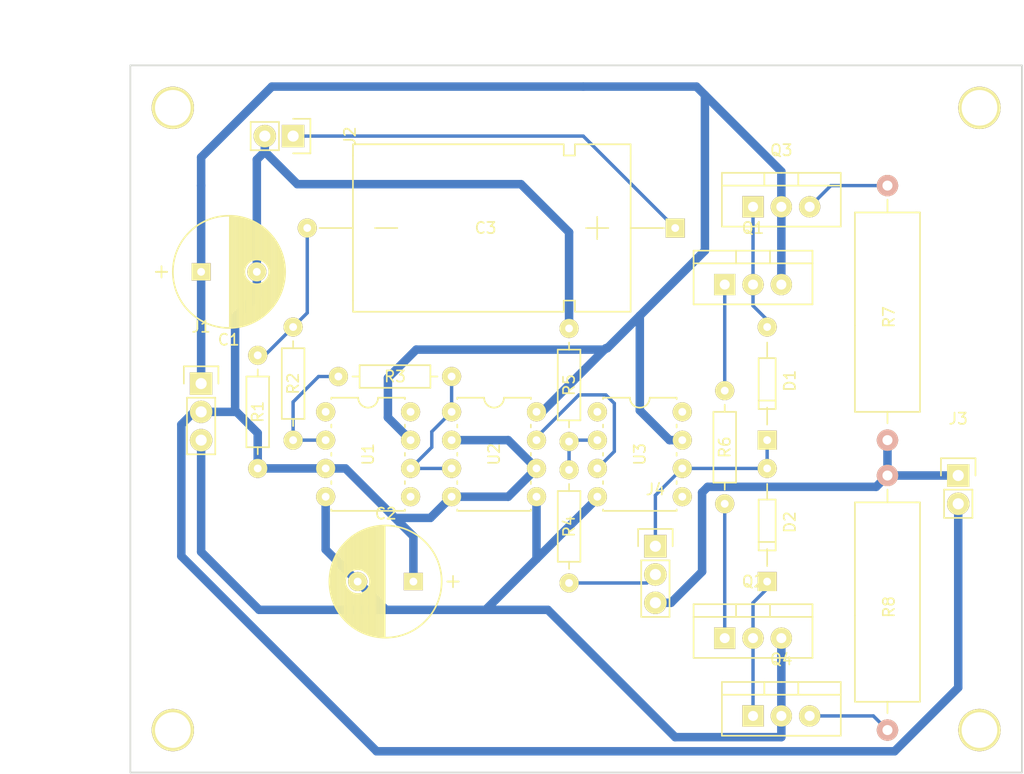
<source format=kicad_pcb>
(kicad_pcb (version 4) (host pcbnew 4.0.1-stable)

  (general
    (links 48)
    (no_connects 1)
    (area 126.924999 96.444999 207.085001 160.095001)
    (thickness 1.6)
    (drawings 6)
    (tracks 125)
    (zones 0)
    (modules 28)
    (nets 19)
  )

  (page A4)
  (layers
    (0 F.Cu signal)
    (31 B.Cu signal)
    (32 B.Adhes user)
    (33 F.Adhes user)
    (34 B.Paste user)
    (35 F.Paste user)
    (36 B.SilkS user)
    (37 F.SilkS user)
    (38 B.Mask user)
    (39 F.Mask user)
    (40 Dwgs.User user)
    (41 Cmts.User user)
    (42 Eco1.User user)
    (43 Eco2.User user)
    (44 Edge.Cuts user)
    (45 Margin user)
    (46 B.CrtYd user)
    (47 F.CrtYd user)
    (48 B.Fab user)
    (49 F.Fab user)
  )

  (setup
    (last_trace_width 0.3048)
    (trace_clearance 0.2)
    (zone_clearance 0.508)
    (zone_45_only no)
    (trace_min 0.2)
    (segment_width 0.2)
    (edge_width 0.15)
    (via_size 0.6)
    (via_drill 0.4)
    (via_min_size 0.4)
    (via_min_drill 0.3)
    (uvia_size 0.3)
    (uvia_drill 0.1)
    (uvias_allowed no)
    (uvia_min_size 0.2)
    (uvia_min_drill 0.1)
    (pcb_text_width 0.3)
    (pcb_text_size 1.5 1.5)
    (mod_edge_width 0.15)
    (mod_text_size 1 1)
    (mod_text_width 0.15)
    (pad_size 1.524 1.524)
    (pad_drill 0.762)
    (pad_to_mask_clearance 0.2)
    (aux_axis_origin 0 0)
    (visible_elements FFFEFF7F)
    (pcbplotparams
      (layerselection 0x01000_80000000)
      (usegerberextensions true)
      (excludeedgelayer true)
      (linewidth 0.100000)
      (plotframeref false)
      (viasonmask false)
      (mode 1)
      (useauxorigin false)
      (hpglpennumber 1)
      (hpglpenspeed 20)
      (hpglpendiameter 15)
      (hpglpenoverlay 2)
      (psnegative false)
      (psa4output false)
      (plotreference false)
      (plotvalue false)
      (plotinvisibletext false)
      (padsonsilk false)
      (subtractmaskfromsilk false)
      (outputformat 1)
      (mirror false)
      (drillshape 0)
      (scaleselection 1)
      (outputdirectory ""))
  )

  (net 0 "")
  (net 1 +15V)
  (net 2 GND)
  (net 3 -15V)
  (net 4 "Net-(C3-Pad1)")
  (net 5 "Net-(C3-Pad2)")
  (net 6 "Net-(D1-Pad1)")
  (net 7 "Net-(D1-Pad2)")
  (net 8 "Net-(D2-Pad1)")
  (net 9 "Net-(J3-Pad1)")
  (net 10 "Net-(J4-Pad2)")
  (net 11 "Net-(Q1-Pad1)")
  (net 12 "Net-(Q2-Pad1)")
  (net 13 "Net-(Q3-Pad3)")
  (net 14 "Net-(Q4-Pad3)")
  (net 15 "Net-(R2-Pad1)")
  (net 16 "Net-(R3-Pad1)")
  (net 17 "Net-(R4-Pad1)")
  (net 18 "Net-(U2-Pad7)")

  (net_class Default "This is the default net class."
    (clearance 0.2)
    (trace_width 0.3048)
    (via_dia 0.6)
    (via_drill 0.4)
    (uvia_dia 0.3)
    (uvia_drill 0.1)
    (add_net "Net-(C3-Pad1)")
    (add_net "Net-(C3-Pad2)")
    (add_net "Net-(D1-Pad1)")
    (add_net "Net-(D1-Pad2)")
    (add_net "Net-(D2-Pad1)")
    (add_net "Net-(J4-Pad2)")
    (add_net "Net-(Q1-Pad1)")
    (add_net "Net-(Q2-Pad1)")
    (add_net "Net-(Q3-Pad3)")
    (add_net "Net-(Q4-Pad3)")
    (add_net "Net-(R2-Pad1)")
    (add_net "Net-(R3-Pad1)")
    (add_net "Net-(R4-Pad1)")
    (add_net "Net-(U2-Pad7)")
  )

  (net_class Power ""
    (clearance 0.2)
    (trace_width 0.762)
    (via_dia 0.6)
    (via_drill 0.4)
    (uvia_dia 0.3)
    (uvia_drill 0.1)
    (add_net +15V)
    (add_net -15V)
    (add_net GND)
    (add_net "Net-(J3-Pad1)")
  )

  (module "Custom Footprint:IC_PDIP_8pin" (layer F.Cu) (tedit 57E08585) (tstamp 58412F88)
    (at 172.72 131.445 270)
    (descr "PDIP-8 Standard 300mil 8pin Dual In Line Package")
    (tags "Power Integrations P Package")
    (path /584129FC)
    (fp_text reference U3 (at 0 0 270) (layer F.SilkS)
      (effects (font (size 1 1) (thickness 0.15)))
    )
    (fp_text value OPA552 (at 0 1.524 270) (layer F.Fab)
      (effects (font (size 1 1) (thickness 0.15)))
    )
    (fp_line (start -5.08 0.889) (end -5.08 3.302) (layer F.SilkS) (width 0.15))
    (fp_line (start -5.08 -0.889) (end -5.08 -3.302) (layer F.SilkS) (width 0.15))
    (fp_arc (start -5.08 0) (end -4.191 0) (angle 90) (layer F.SilkS) (width 0.15))
    (fp_arc (start -5.08 0) (end -5.08 -0.889) (angle 90) (layer F.SilkS) (width 0.15))
    (fp_line (start 5.08 3.302) (end 4.953 3.302) (layer F.SilkS) (width 0.15))
    (fp_line (start 2.413 3.302) (end 2.667 3.302) (layer F.SilkS) (width 0.15))
    (fp_line (start -0.127 3.302) (end 0.127 3.302) (layer F.SilkS) (width 0.15))
    (fp_line (start -2.667 3.302) (end -2.413 3.302) (layer F.SilkS) (width 0.15))
    (fp_line (start -5.08 3.302) (end -4.953 3.302) (layer F.SilkS) (width 0.15))
    (fp_line (start -5.08 -3.302) (end -4.953 -3.302) (layer F.SilkS) (width 0.15))
    (fp_line (start 5.08 -3.302) (end 4.953 -3.302) (layer F.SilkS) (width 0.15))
    (fp_line (start 2.413 -3.302) (end 2.667 -3.302) (layer F.SilkS) (width 0.15))
    (fp_line (start -0.127 -3.302) (end 0.127 -3.302) (layer F.SilkS) (width 0.15))
    (fp_line (start -2.667 -3.302) (end -2.413 -3.302) (layer F.SilkS) (width 0.15))
    (fp_line (start 5.08 3.302) (end 5.08 -3.302) (layer F.SilkS) (width 0.15))
    (pad 1 thru_hole circle (at -3.81 3.81 270) (size 1.716 1.716) (drill 0.7) (layers *.Cu *.Mask F.SilkS))
    (pad 2 thru_hole circle (at -1.27 3.81 270) (size 1.716 1.716) (drill 0.7) (layers *.Cu *.Mask F.SilkS)
      (net 17 "Net-(R4-Pad1)"))
    (pad 3 thru_hole circle (at 1.27 3.81 270) (size 1.716 1.716) (drill 0.7) (layers *.Cu *.Mask F.SilkS)
      (net 18 "Net-(U2-Pad7)"))
    (pad 4 thru_hole circle (at 3.81 3.81 270) (size 1.716 1.716) (drill 0.7) (layers *.Cu *.Mask F.SilkS)
      (net 3 -15V))
    (pad 5 thru_hole circle (at 3.81 -3.81 270) (size 1.716 1.716) (drill 0.7) (layers *.Cu *.Mask F.SilkS))
    (pad 6 thru_hole circle (at 1.27 -3.81 270) (size 1.716 1.716) (drill 0.7) (layers *.Cu *.Mask F.SilkS)
      (net 6 "Net-(D1-Pad1)"))
    (pad 7 thru_hole circle (at -1.27 -3.81 270) (size 1.716 1.716) (drill 0.7) (layers *.Cu *.Mask F.SilkS)
      (net 1 +15V))
    (pad 8 thru_hole circle (at -3.81 -3.81 270) (size 1.716 1.716) (drill 0.7) (layers *.Cu *.Mask F.SilkS))
  )

  (module "Custom Footprint:Cap_Pol_Radial_D10_P3" (layer F.Cu) (tedit 57E01EA7) (tstamp 58412EE6)
    (at 133.35 115.062)
    (descr "Radial Electrolytic Capacitor 10mm x Length 16mm, Pitch 5mm")
    (tags "Electrolytic Capacitor")
    (path /58419A97)
    (fp_text reference C1 (at 2.4765 6.096) (layer F.SilkS)
      (effects (font (size 1 1) (thickness 0.15)))
    )
    (fp_text value 100uF (at 2.54 -6.0325) (layer F.Fab)
      (effects (font (size 1 1) (thickness 0.15)))
    )
    (fp_line (start -3.556 -0.508) (end -3.556 0) (layer F.SilkS) (width 0.15))
    (fp_line (start -3.556 0) (end -3.048 0) (layer F.SilkS) (width 0.15))
    (fp_line (start -3.048 0) (end -4.064 0) (layer F.SilkS) (width 0.15))
    (fp_line (start -4.064 0) (end -3.556 0) (layer F.SilkS) (width 0.15))
    (fp_line (start -3.556 0) (end -3.556 0.508) (layer F.SilkS) (width 0.15))
    (fp_line (start 3.937 0.508) (end 3.937 4.7625) (layer F.SilkS) (width 0.15))
    (fp_line (start 3.937 4.7625) (end 4.064 4.7625) (layer F.SilkS) (width 0.15))
    (fp_line (start 4.064 4.7625) (end 4.064 0.635) (layer F.SilkS) (width 0.15))
    (fp_line (start 4.064 0.635) (end 4.191 0.8255) (layer F.SilkS) (width 0.15))
    (fp_line (start 4.191 0.8255) (end 4.191 4.699) (layer F.SilkS) (width 0.15))
    (fp_line (start 4.191 4.699) (end 4.318 4.6355) (layer F.SilkS) (width 0.15))
    (fp_line (start 4.318 4.6355) (end 4.318 0.889) (layer F.SilkS) (width 0.15))
    (fp_line (start 4.318 0.889) (end 4.445 1.016) (layer F.SilkS) (width 0.15))
    (fp_line (start 4.445 1.016) (end 4.445 4.572) (layer F.SilkS) (width 0.15))
    (fp_line (start 4.445 4.572) (end 4.572 4.5085) (layer F.SilkS) (width 0.15))
    (fp_line (start 4.572 4.5085) (end 4.572 1.0795) (layer F.SilkS) (width 0.15))
    (fp_line (start 4.572 1.0795) (end 4.699 1.143) (layer F.SilkS) (width 0.15))
    (fp_line (start 4.699 1.143) (end 4.699 4.445) (layer F.SilkS) (width 0.15))
    (fp_line (start 4.699 4.445) (end 4.826 4.3815) (layer F.SilkS) (width 0.15))
    (fp_line (start 4.826 4.3815) (end 4.826 1.143) (layer F.SilkS) (width 0.15))
    (fp_line (start 4.826 1.143) (end 4.953 1.143) (layer F.SilkS) (width 0.15))
    (fp_line (start 4.953 1.143) (end 4.953 4.318) (layer F.SilkS) (width 0.15))
    (fp_line (start 4.953 4.318) (end 5.08 4.2545) (layer F.SilkS) (width 0.15))
    (fp_line (start 5.08 4.2545) (end 5.08 1.143) (layer F.SilkS) (width 0.15))
    (fp_line (start 5.08 1.143) (end 5.207 1.143) (layer F.SilkS) (width 0.15))
    (fp_line (start 5.207 1.143) (end 5.207 4.191) (layer F.SilkS) (width 0.15))
    (fp_line (start 5.207 4.191) (end 5.334 4.1275) (layer F.SilkS) (width 0.15))
    (fp_line (start 5.334 4.1275) (end 5.334 1.0795) (layer F.SilkS) (width 0.15))
    (fp_line (start 5.334 1.0795) (end 5.461 1.016) (layer F.SilkS) (width 0.15))
    (fp_line (start 5.461 1.016) (end 5.461 4.064) (layer F.SilkS) (width 0.15))
    (fp_line (start 5.461 4.064) (end 5.588 3.937) (layer F.SilkS) (width 0.15))
    (fp_line (start 5.588 3.937) (end 5.588 1.016) (layer F.SilkS) (width 0.15))
    (fp_line (start 5.588 1.016) (end 5.715 0.889) (layer F.SilkS) (width 0.15))
    (fp_line (start 5.715 0.889) (end 5.715 3.81) (layer F.SilkS) (width 0.15))
    (fp_line (start 5.715 3.81) (end 5.842 3.683) (layer F.SilkS) (width 0.15))
    (fp_line (start 5.842 3.683) (end 5.842 0.762) (layer F.SilkS) (width 0.15))
    (fp_line (start 5.842 0.762) (end 5.969 0.635) (layer F.SilkS) (width 0.15))
    (fp_line (start 5.969 0.635) (end 5.969 3.556) (layer F.SilkS) (width 0.15))
    (fp_line (start 5.969 3.556) (end 6.096 3.4925) (layer F.SilkS) (width 0.15))
    (fp_line (start 6.096 3.4925) (end 6.096 0.381) (layer F.SilkS) (width 0.15))
    (fp_line (start 3.8735 -0.4445) (end 3.937 -0.508) (layer F.SilkS) (width 0.15))
    (fp_line (start 3.937 -4.7625) (end 3.937 -0.5715) (layer F.SilkS) (width 0.15))
    (fp_line (start 3.937 -0.5715) (end 4.064 -0.6985) (layer F.SilkS) (width 0.15))
    (fp_line (start 4.064 -0.6985) (end 4.064 -4.7625) (layer F.SilkS) (width 0.15))
    (fp_line (start 4.064 -4.7625) (end 4.191 -4.699) (layer F.SilkS) (width 0.15))
    (fp_line (start 4.191 -4.699) (end 4.191 -0.8255) (layer F.SilkS) (width 0.15))
    (fp_line (start 4.191 -0.8255) (end 4.318 -0.889) (layer F.SilkS) (width 0.15))
    (fp_line (start 4.318 -0.889) (end 4.318 -4.6355) (layer F.SilkS) (width 0.15))
    (fp_line (start 4.318 -4.6355) (end 4.445 -4.572) (layer F.SilkS) (width 0.15))
    (fp_line (start 4.445 -4.572) (end 4.445 -1.016) (layer F.SilkS) (width 0.15))
    (fp_line (start 4.445 -1.016) (end 4.572 -1.0795) (layer F.SilkS) (width 0.15))
    (fp_line (start 4.572 -1.0795) (end 4.572 -4.572) (layer F.SilkS) (width 0.15))
    (fp_line (start 4.572 -4.572) (end 4.699 -4.5085) (layer F.SilkS) (width 0.15))
    (fp_line (start 4.699 -4.5085) (end 4.699 -1.0795) (layer F.SilkS) (width 0.15))
    (fp_line (start 4.699 -1.0795) (end 4.826 -1.143) (layer F.SilkS) (width 0.15))
    (fp_line (start 4.826 -1.143) (end 4.826 -4.445) (layer F.SilkS) (width 0.15))
    (fp_line (start 4.826 -4.445) (end 4.953 -4.3815) (layer F.SilkS) (width 0.15))
    (fp_line (start 4.953 -4.3815) (end 4.953 -1.2065) (layer F.SilkS) (width 0.15))
    (fp_line (start 4.953 -1.2065) (end 5.08 -1.2065) (layer F.SilkS) (width 0.15))
    (fp_line (start 5.08 -1.2065) (end 5.08 -4.2545) (layer F.SilkS) (width 0.15))
    (fp_line (start 5.08 -4.2545) (end 5.207 -4.191) (layer F.SilkS) (width 0.15))
    (fp_line (start 5.207 -4.191) (end 5.207 -1.143) (layer F.SilkS) (width 0.15))
    (fp_line (start 5.207 -1.143) (end 5.334 -1.0795) (layer F.SilkS) (width 0.15))
    (fp_line (start 5.334 -1.0795) (end 5.334 -4.1275) (layer F.SilkS) (width 0.15))
    (fp_line (start 5.334 -4.1275) (end 5.461 -4.064) (layer F.SilkS) (width 0.15))
    (fp_line (start 5.461 -4.064) (end 5.461 -1.0795) (layer F.SilkS) (width 0.15))
    (fp_line (start 5.461 -1.0795) (end 5.588 -1.016) (layer F.SilkS) (width 0.15))
    (fp_line (start 5.588 -1.016) (end 5.588 -3.937) (layer F.SilkS) (width 0.15))
    (fp_line (start 5.588 -3.937) (end 5.715 -3.8735) (layer F.SilkS) (width 0.15))
    (fp_line (start 5.715 -3.8735) (end 5.715 -0.889) (layer F.SilkS) (width 0.15))
    (fp_line (start 5.715 -0.889) (end 5.842 -0.8255) (layer F.SilkS) (width 0.15))
    (fp_line (start 5.842 -0.8255) (end 5.842 -3.7465) (layer F.SilkS) (width 0.15))
    (fp_line (start 5.842 -3.7465) (end 5.969 -3.6195) (layer F.SilkS) (width 0.15))
    (fp_line (start 5.969 -3.6195) (end 5.969 -0.5715) (layer F.SilkS) (width 0.15))
    (fp_line (start 5.969 -0.5715) (end 6.096 -0.381) (layer F.SilkS) (width 0.15))
    (fp_line (start 6.096 -0.381) (end 6.096 -3.4925) (layer F.SilkS) (width 0.15))
    (fp_line (start 6.985 -2.159) (end 7.3406 -1.2446) (layer F.SilkS) (width 0.15))
    (fp_line (start 7.4422 -0.4318) (end 7.4422 -0.6858) (layer F.SilkS) (width 0.15))
    (fp_line (start 7.3914 0.7874) (end 7.4168 0.508) (layer F.SilkS) (width 0.15))
    (fp_line (start 6.9342 2.1844) (end 7.2898 1.2954) (layer F.SilkS) (width 0.15))
    (fp_line (start 2.575 -4.999) (end 2.575 4.999) (layer F.SilkS) (width 0.15))
    (fp_line (start 2.715 -4.995) (end 2.715 4.995) (layer F.SilkS) (width 0.15))
    (fp_line (start 2.855 -4.987) (end 2.855 4.987) (layer F.SilkS) (width 0.15))
    (fp_line (start 2.995 -4.975) (end 2.995 4.975) (layer F.SilkS) (width 0.15))
    (fp_line (start 3.135 -4.96) (end 3.135 4.96) (layer F.SilkS) (width 0.15))
    (fp_line (start 3.275 -4.94) (end 3.275 4.94) (layer F.SilkS) (width 0.15))
    (fp_line (start 3.415 -4.916) (end 3.415 4.916) (layer F.SilkS) (width 0.15))
    (fp_line (start 3.555 -4.887) (end 3.555 4.887) (layer F.SilkS) (width 0.15))
    (fp_line (start 3.695 -4.855) (end 3.695 4.855) (layer F.SilkS) (width 0.15))
    (fp_line (start 3.835 -4.818) (end 3.835 4.818) (layer F.SilkS) (width 0.15))
    (fp_line (start 6.215 -3.346) (end 6.215 3.346) (layer F.SilkS) (width 0.15))
    (fp_line (start 6.355 -3.184) (end 6.355 3.184) (layer F.SilkS) (width 0.15))
    (fp_line (start 6.495 -3.007) (end 6.495 3.007) (layer F.SilkS) (width 0.15))
    (fp_line (start 6.635 -2.811) (end 6.635 2.811) (layer F.SilkS) (width 0.15))
    (fp_line (start 6.775 -2.593) (end 6.775 2.593) (layer F.SilkS) (width 0.15))
    (fp_line (start 6.915 -2.347) (end 6.915 2.347) (layer F.SilkS) (width 0.15))
    (fp_line (start 7.055 -2.062) (end 7.055 2.062) (layer F.SilkS) (width 0.15))
    (fp_line (start 7.195 -1.72) (end 7.195 1.72) (layer F.SilkS) (width 0.15))
    (fp_line (start 7.335 -1.274) (end 7.335 1.274) (layer F.SilkS) (width 0.15))
    (fp_line (start 7.475 -0.499) (end 7.475 0.499) (layer F.SilkS) (width 0.15))
    (fp_circle (center 5 0) (end 5.5 -1) (layer F.SilkS) (width 0.15))
    (fp_circle (center 2.5 0) (end 2.5 -5.0375) (layer F.SilkS) (width 0.15))
    (pad 1 thru_hole rect (at 0 0) (size 1.716 1.554) (drill 0.7) (layers *.Cu *.Mask F.SilkS)
      (net 1 +15V))
    (pad 2 thru_hole circle (at 5 0) (size 1.716 1.716) (drill 0.7) (layers *.Cu *.Mask F.SilkS)
      (net 2 GND))
    (model Capacitors_ThroughHole.3dshapes/C_Radial_D10_L16_P5.wrl
      (at (xyz 0.0984252 0 0))
      (scale (xyz 1 1 1))
      (rotate (xyz 0 0 90))
    )
  )

  (module "Custom Footprint:Cap_Pol_Radial_D10_P3" (layer F.Cu) (tedit 57E01EA7) (tstamp 58412EEC)
    (at 152.4 142.875 180)
    (descr "Radial Electrolytic Capacitor 10mm x Length 16mm, Pitch 5mm")
    (tags "Electrolytic Capacitor")
    (path /5841989D)
    (fp_text reference C2 (at 2.4765 6.096 180) (layer F.SilkS)
      (effects (font (size 1 1) (thickness 0.15)))
    )
    (fp_text value 100uF (at 2.54 -6.0325 180) (layer F.Fab)
      (effects (font (size 1 1) (thickness 0.15)))
    )
    (fp_line (start -3.556 -0.508) (end -3.556 0) (layer F.SilkS) (width 0.15))
    (fp_line (start -3.556 0) (end -3.048 0) (layer F.SilkS) (width 0.15))
    (fp_line (start -3.048 0) (end -4.064 0) (layer F.SilkS) (width 0.15))
    (fp_line (start -4.064 0) (end -3.556 0) (layer F.SilkS) (width 0.15))
    (fp_line (start -3.556 0) (end -3.556 0.508) (layer F.SilkS) (width 0.15))
    (fp_line (start 3.937 0.508) (end 3.937 4.7625) (layer F.SilkS) (width 0.15))
    (fp_line (start 3.937 4.7625) (end 4.064 4.7625) (layer F.SilkS) (width 0.15))
    (fp_line (start 4.064 4.7625) (end 4.064 0.635) (layer F.SilkS) (width 0.15))
    (fp_line (start 4.064 0.635) (end 4.191 0.8255) (layer F.SilkS) (width 0.15))
    (fp_line (start 4.191 0.8255) (end 4.191 4.699) (layer F.SilkS) (width 0.15))
    (fp_line (start 4.191 4.699) (end 4.318 4.6355) (layer F.SilkS) (width 0.15))
    (fp_line (start 4.318 4.6355) (end 4.318 0.889) (layer F.SilkS) (width 0.15))
    (fp_line (start 4.318 0.889) (end 4.445 1.016) (layer F.SilkS) (width 0.15))
    (fp_line (start 4.445 1.016) (end 4.445 4.572) (layer F.SilkS) (width 0.15))
    (fp_line (start 4.445 4.572) (end 4.572 4.5085) (layer F.SilkS) (width 0.15))
    (fp_line (start 4.572 4.5085) (end 4.572 1.0795) (layer F.SilkS) (width 0.15))
    (fp_line (start 4.572 1.0795) (end 4.699 1.143) (layer F.SilkS) (width 0.15))
    (fp_line (start 4.699 1.143) (end 4.699 4.445) (layer F.SilkS) (width 0.15))
    (fp_line (start 4.699 4.445) (end 4.826 4.3815) (layer F.SilkS) (width 0.15))
    (fp_line (start 4.826 4.3815) (end 4.826 1.143) (layer F.SilkS) (width 0.15))
    (fp_line (start 4.826 1.143) (end 4.953 1.143) (layer F.SilkS) (width 0.15))
    (fp_line (start 4.953 1.143) (end 4.953 4.318) (layer F.SilkS) (width 0.15))
    (fp_line (start 4.953 4.318) (end 5.08 4.2545) (layer F.SilkS) (width 0.15))
    (fp_line (start 5.08 4.2545) (end 5.08 1.143) (layer F.SilkS) (width 0.15))
    (fp_line (start 5.08 1.143) (end 5.207 1.143) (layer F.SilkS) (width 0.15))
    (fp_line (start 5.207 1.143) (end 5.207 4.191) (layer F.SilkS) (width 0.15))
    (fp_line (start 5.207 4.191) (end 5.334 4.1275) (layer F.SilkS) (width 0.15))
    (fp_line (start 5.334 4.1275) (end 5.334 1.0795) (layer F.SilkS) (width 0.15))
    (fp_line (start 5.334 1.0795) (end 5.461 1.016) (layer F.SilkS) (width 0.15))
    (fp_line (start 5.461 1.016) (end 5.461 4.064) (layer F.SilkS) (width 0.15))
    (fp_line (start 5.461 4.064) (end 5.588 3.937) (layer F.SilkS) (width 0.15))
    (fp_line (start 5.588 3.937) (end 5.588 1.016) (layer F.SilkS) (width 0.15))
    (fp_line (start 5.588 1.016) (end 5.715 0.889) (layer F.SilkS) (width 0.15))
    (fp_line (start 5.715 0.889) (end 5.715 3.81) (layer F.SilkS) (width 0.15))
    (fp_line (start 5.715 3.81) (end 5.842 3.683) (layer F.SilkS) (width 0.15))
    (fp_line (start 5.842 3.683) (end 5.842 0.762) (layer F.SilkS) (width 0.15))
    (fp_line (start 5.842 0.762) (end 5.969 0.635) (layer F.SilkS) (width 0.15))
    (fp_line (start 5.969 0.635) (end 5.969 3.556) (layer F.SilkS) (width 0.15))
    (fp_line (start 5.969 3.556) (end 6.096 3.4925) (layer F.SilkS) (width 0.15))
    (fp_line (start 6.096 3.4925) (end 6.096 0.381) (layer F.SilkS) (width 0.15))
    (fp_line (start 3.8735 -0.4445) (end 3.937 -0.508) (layer F.SilkS) (width 0.15))
    (fp_line (start 3.937 -4.7625) (end 3.937 -0.5715) (layer F.SilkS) (width 0.15))
    (fp_line (start 3.937 -0.5715) (end 4.064 -0.6985) (layer F.SilkS) (width 0.15))
    (fp_line (start 4.064 -0.6985) (end 4.064 -4.7625) (layer F.SilkS) (width 0.15))
    (fp_line (start 4.064 -4.7625) (end 4.191 -4.699) (layer F.SilkS) (width 0.15))
    (fp_line (start 4.191 -4.699) (end 4.191 -0.8255) (layer F.SilkS) (width 0.15))
    (fp_line (start 4.191 -0.8255) (end 4.318 -0.889) (layer F.SilkS) (width 0.15))
    (fp_line (start 4.318 -0.889) (end 4.318 -4.6355) (layer F.SilkS) (width 0.15))
    (fp_line (start 4.318 -4.6355) (end 4.445 -4.572) (layer F.SilkS) (width 0.15))
    (fp_line (start 4.445 -4.572) (end 4.445 -1.016) (layer F.SilkS) (width 0.15))
    (fp_line (start 4.445 -1.016) (end 4.572 -1.0795) (layer F.SilkS) (width 0.15))
    (fp_line (start 4.572 -1.0795) (end 4.572 -4.572) (layer F.SilkS) (width 0.15))
    (fp_line (start 4.572 -4.572) (end 4.699 -4.5085) (layer F.SilkS) (width 0.15))
    (fp_line (start 4.699 -4.5085) (end 4.699 -1.0795) (layer F.SilkS) (width 0.15))
    (fp_line (start 4.699 -1.0795) (end 4.826 -1.143) (layer F.SilkS) (width 0.15))
    (fp_line (start 4.826 -1.143) (end 4.826 -4.445) (layer F.SilkS) (width 0.15))
    (fp_line (start 4.826 -4.445) (end 4.953 -4.3815) (layer F.SilkS) (width 0.15))
    (fp_line (start 4.953 -4.3815) (end 4.953 -1.2065) (layer F.SilkS) (width 0.15))
    (fp_line (start 4.953 -1.2065) (end 5.08 -1.2065) (layer F.SilkS) (width 0.15))
    (fp_line (start 5.08 -1.2065) (end 5.08 -4.2545) (layer F.SilkS) (width 0.15))
    (fp_line (start 5.08 -4.2545) (end 5.207 -4.191) (layer F.SilkS) (width 0.15))
    (fp_line (start 5.207 -4.191) (end 5.207 -1.143) (layer F.SilkS) (width 0.15))
    (fp_line (start 5.207 -1.143) (end 5.334 -1.0795) (layer F.SilkS) (width 0.15))
    (fp_line (start 5.334 -1.0795) (end 5.334 -4.1275) (layer F.SilkS) (width 0.15))
    (fp_line (start 5.334 -4.1275) (end 5.461 -4.064) (layer F.SilkS) (width 0.15))
    (fp_line (start 5.461 -4.064) (end 5.461 -1.0795) (layer F.SilkS) (width 0.15))
    (fp_line (start 5.461 -1.0795) (end 5.588 -1.016) (layer F.SilkS) (width 0.15))
    (fp_line (start 5.588 -1.016) (end 5.588 -3.937) (layer F.SilkS) (width 0.15))
    (fp_line (start 5.588 -3.937) (end 5.715 -3.8735) (layer F.SilkS) (width 0.15))
    (fp_line (start 5.715 -3.8735) (end 5.715 -0.889) (layer F.SilkS) (width 0.15))
    (fp_line (start 5.715 -0.889) (end 5.842 -0.8255) (layer F.SilkS) (width 0.15))
    (fp_line (start 5.842 -0.8255) (end 5.842 -3.7465) (layer F.SilkS) (width 0.15))
    (fp_line (start 5.842 -3.7465) (end 5.969 -3.6195) (layer F.SilkS) (width 0.15))
    (fp_line (start 5.969 -3.6195) (end 5.969 -0.5715) (layer F.SilkS) (width 0.15))
    (fp_line (start 5.969 -0.5715) (end 6.096 -0.381) (layer F.SilkS) (width 0.15))
    (fp_line (start 6.096 -0.381) (end 6.096 -3.4925) (layer F.SilkS) (width 0.15))
    (fp_line (start 6.985 -2.159) (end 7.3406 -1.2446) (layer F.SilkS) (width 0.15))
    (fp_line (start 7.4422 -0.4318) (end 7.4422 -0.6858) (layer F.SilkS) (width 0.15))
    (fp_line (start 7.3914 0.7874) (end 7.4168 0.508) (layer F.SilkS) (width 0.15))
    (fp_line (start 6.9342 2.1844) (end 7.2898 1.2954) (layer F.SilkS) (width 0.15))
    (fp_line (start 2.575 -4.999) (end 2.575 4.999) (layer F.SilkS) (width 0.15))
    (fp_line (start 2.715 -4.995) (end 2.715 4.995) (layer F.SilkS) (width 0.15))
    (fp_line (start 2.855 -4.987) (end 2.855 4.987) (layer F.SilkS) (width 0.15))
    (fp_line (start 2.995 -4.975) (end 2.995 4.975) (layer F.SilkS) (width 0.15))
    (fp_line (start 3.135 -4.96) (end 3.135 4.96) (layer F.SilkS) (width 0.15))
    (fp_line (start 3.275 -4.94) (end 3.275 4.94) (layer F.SilkS) (width 0.15))
    (fp_line (start 3.415 -4.916) (end 3.415 4.916) (layer F.SilkS) (width 0.15))
    (fp_line (start 3.555 -4.887) (end 3.555 4.887) (layer F.SilkS) (width 0.15))
    (fp_line (start 3.695 -4.855) (end 3.695 4.855) (layer F.SilkS) (width 0.15))
    (fp_line (start 3.835 -4.818) (end 3.835 4.818) (layer F.SilkS) (width 0.15))
    (fp_line (start 6.215 -3.346) (end 6.215 3.346) (layer F.SilkS) (width 0.15))
    (fp_line (start 6.355 -3.184) (end 6.355 3.184) (layer F.SilkS) (width 0.15))
    (fp_line (start 6.495 -3.007) (end 6.495 3.007) (layer F.SilkS) (width 0.15))
    (fp_line (start 6.635 -2.811) (end 6.635 2.811) (layer F.SilkS) (width 0.15))
    (fp_line (start 6.775 -2.593) (end 6.775 2.593) (layer F.SilkS) (width 0.15))
    (fp_line (start 6.915 -2.347) (end 6.915 2.347) (layer F.SilkS) (width 0.15))
    (fp_line (start 7.055 -2.062) (end 7.055 2.062) (layer F.SilkS) (width 0.15))
    (fp_line (start 7.195 -1.72) (end 7.195 1.72) (layer F.SilkS) (width 0.15))
    (fp_line (start 7.335 -1.274) (end 7.335 1.274) (layer F.SilkS) (width 0.15))
    (fp_line (start 7.475 -0.499) (end 7.475 0.499) (layer F.SilkS) (width 0.15))
    (fp_circle (center 5 0) (end 5.5 -1) (layer F.SilkS) (width 0.15))
    (fp_circle (center 2.5 0) (end 2.5 -5.0375) (layer F.SilkS) (width 0.15))
    (pad 1 thru_hole rect (at 0 0 180) (size 1.716 1.554) (drill 0.7) (layers *.Cu *.Mask F.SilkS)
      (net 2 GND))
    (pad 2 thru_hole circle (at 5 0 180) (size 1.716 1.716) (drill 0.7) (layers *.Cu *.Mask F.SilkS)
      (net 3 -15V))
    (model Capacitors_ThroughHole.3dshapes/C_Radial_D10_L16_P5.wrl
      (at (xyz 0.0984252 0 0))
      (scale (xyz 1 1 1))
      (rotate (xyz 0 0 90))
    )
  )

  (module "Custom Footprint:Cap_Pol_Axial_D13_L26_P14" (layer F.Cu) (tedit 57E02EDB) (tstamp 58412EF2)
    (at 175.895 111.125 180)
    (descr "Axial Electrolytic Capacitor Diameter 13mm x Length 31mm, Pitch 38mm")
    (tags "Electrolytic Capacitor")
    (path /584123BA)
    (fp_text reference C3 (at 17.018 0 180) (layer F.SilkS)
      (effects (font (size 1 1) (thickness 0.15)))
    )
    (fp_text value 33uF (at 16.51 3.81 180) (layer F.Fab)
      (effects (font (size 1 1) (thickness 0.15)))
    )
    (fp_line (start 4.0005 6.5024) (end 4.0005 7.5184) (layer F.SilkS) (width 0.15))
    (fp_line (start 4.0005 -6.5278) (end 4.0005 -7.5184) (layer F.SilkS) (width 0.15))
    (fp_line (start 28.9179 -6.5151) (end 28.9179 -7.5184) (layer F.SilkS) (width 0.15))
    (fp_line (start 28.9179 6.5151) (end 28.9179 7.5184) (layer F.SilkS) (width 0.15))
    (fp_line (start 28.9052 7.5184) (end 10.0076 7.5184) (layer F.SilkS) (width 0.15))
    (fp_line (start 28.702 -7.5184) (end 28.9052 -7.5184) (layer F.SilkS) (width 0.15))
    (fp_line (start 10.2108 -7.5184) (end 10.0076 -7.5184) (layer F.SilkS) (width 0.15))
    (fp_line (start 10.033 -7.5184) (end 28.829 -7.5184) (layer F.SilkS) (width 0.15))
    (fp_line (start 9 7.516) (end 4 7.516) (layer F.SilkS) (width 0.15))
    (fp_line (start 9 -7.516) (end 4 -7.516) (layer F.SilkS) (width 0.15))
    (fp_line (start 28.92 6.5) (end 28.92 -6.5) (layer F.SilkS) (width 0.15))
    (fp_line (start 4 6.5) (end 4 -6.5) (layer F.SilkS) (width 0.15))
    (fp_line (start 10 7.516) (end 10 6.516) (layer F.SilkS) (width 0.15))
    (fp_line (start 10 6.516) (end 9 6.516) (layer F.SilkS) (width 0.15))
    (fp_line (start 9 6.516) (end 9 7.516) (layer F.SilkS) (width 0.15))
    (fp_line (start 9 -7.516) (end 9 -6.516) (layer F.SilkS) (width 0.15))
    (fp_line (start 9 -6.516) (end 10 -6.516) (layer F.SilkS) (width 0.15))
    (fp_line (start 10 -6.516) (end 10 -7.516) (layer F.SilkS) (width 0.15))
    (fp_line (start 24.936 0) (end 26.936 0) (layer F.SilkS) (width 0.15))
    (fp_line (start 4 0) (end 1 0) (layer F.SilkS) (width 0.15))
    (fp_line (start 31.92 0) (end 28.92 0) (layer F.SilkS) (width 0.15))
    (fp_line (start 6 0) (end 8 0) (layer F.SilkS) (width 0.15))
    (fp_line (start 7 1) (end 7 -1) (layer F.SilkS) (width 0.15))
    (pad 1 thru_hole rect (at 0 0 180) (size 1.716 1.716) (drill 0.7) (layers *.Cu *.Mask F.SilkS)
      (net 4 "Net-(C3-Pad1)"))
    (pad 2 thru_hole circle (at 33.02 0 180) (size 1.716 1.716) (drill 0.7) (layers *.Cu *.Mask F.SilkS)
      (net 5 "Net-(C3-Pad2)"))
    (model Capacitors_ThroughHole.3dshapes/C_Axial_D13_L31_P38.wrl
      (at (xyz 0.748031 0 0))
      (scale (xyz 1 1 1))
      (rotate (xyz 0 0 180))
    )
  )

  (module "Custom Footprint:1N4148" (layer F.Cu) (tedit 57DDA115) (tstamp 58412EF8)
    (at 184.15 130.175 90)
    (descr 1N4148)
    (tags "Diode, 1N4148")
    (path /5841360D)
    (fp_text reference D1 (at 5.334 2.032 90) (layer F.SilkS)
      (effects (font (size 1 1) (thickness 0.15)))
    )
    (fp_text value 1N4148 (at 5.08 -2.032 90) (layer F.Fab)
      (effects (font (size 1 1) (thickness 0.15)))
    )
    (fp_line (start 7.36652 -0.00254) (end 8.76352 -0.00254) (layer F.SilkS) (width 0.15))
    (fp_line (start 2.92152 -0.00254) (end 1.39752 -0.00254) (layer F.SilkS) (width 0.15))
    (fp_line (start 3.55652 -0.76454) (end 3.55652 0.75946) (layer F.SilkS) (width 0.15))
    (fp_line (start 2.79452 -0.00254) (end 2.79452 0.75946) (layer F.SilkS) (width 0.15))
    (fp_line (start 2.79452 0.75946) (end 7.36652 0.75946) (layer F.SilkS) (width 0.15))
    (fp_line (start 7.36652 0.75946) (end 7.36652 -0.76454) (layer F.SilkS) (width 0.15))
    (fp_line (start 7.36652 -0.76454) (end 2.79452 -0.76454) (layer F.SilkS) (width 0.15))
    (fp_line (start 2.79452 -0.76454) (end 2.79452 -0.00254) (layer F.SilkS) (width 0.15))
    (pad 1 thru_hole rect (at 0.00052 -0.00254 270) (size 1.716 1.716) (drill 0.7) (layers *.Cu *.Mask F.SilkS)
      (net 6 "Net-(D1-Pad1)"))
    (pad 2 thru_hole circle (at 10.16 0 90) (size 1.716 1.716) (drill 0.7) (layers *.Cu *.Mask F.SilkS)
      (net 7 "Net-(D1-Pad2)"))
    (model Diodes_ThroughHole.3dshapes/Diode_DO-35_SOD27_Horizontal_RM10.wrl
      (at (xyz 0.2 0 0))
      (scale (xyz 0.4 0.4 0.4))
      (rotate (xyz 0 0 180))
    )
  )

  (module "Custom Footprint:1N4148" (layer F.Cu) (tedit 57DDA115) (tstamp 58412EFE)
    (at 184.15 142.875 90)
    (descr 1N4148)
    (tags "Diode, 1N4148")
    (path /5841366B)
    (fp_text reference D2 (at 5.334 2.032 90) (layer F.SilkS)
      (effects (font (size 1 1) (thickness 0.15)))
    )
    (fp_text value 1N4148 (at 5.08 -2.032 90) (layer F.Fab)
      (effects (font (size 1 1) (thickness 0.15)))
    )
    (fp_line (start 7.36652 -0.00254) (end 8.76352 -0.00254) (layer F.SilkS) (width 0.15))
    (fp_line (start 2.92152 -0.00254) (end 1.39752 -0.00254) (layer F.SilkS) (width 0.15))
    (fp_line (start 3.55652 -0.76454) (end 3.55652 0.75946) (layer F.SilkS) (width 0.15))
    (fp_line (start 2.79452 -0.00254) (end 2.79452 0.75946) (layer F.SilkS) (width 0.15))
    (fp_line (start 2.79452 0.75946) (end 7.36652 0.75946) (layer F.SilkS) (width 0.15))
    (fp_line (start 7.36652 0.75946) (end 7.36652 -0.76454) (layer F.SilkS) (width 0.15))
    (fp_line (start 7.36652 -0.76454) (end 2.79452 -0.76454) (layer F.SilkS) (width 0.15))
    (fp_line (start 2.79452 -0.76454) (end 2.79452 -0.00254) (layer F.SilkS) (width 0.15))
    (pad 1 thru_hole rect (at 0.00052 -0.00254 270) (size 1.716 1.716) (drill 0.7) (layers *.Cu *.Mask F.SilkS)
      (net 8 "Net-(D2-Pad1)"))
    (pad 2 thru_hole circle (at 10.16 0 90) (size 1.716 1.716) (drill 0.7) (layers *.Cu *.Mask F.SilkS)
      (net 6 "Net-(D1-Pad1)"))
    (model Diodes_ThroughHole.3dshapes/Diode_DO-35_SOD27_Horizontal_RM10.wrl
      (at (xyz 0.2 0 0))
      (scale (xyz 0.4 0.4 0.4))
      (rotate (xyz 0 0 180))
    )
  )

  (module "Custom Footprint:Pin_Header_Straight_1x03" (layer F.Cu) (tedit 57DDA327) (tstamp 58412F05)
    (at 133.35 125.095)
    (descr "Through hole pin header")
    (tags "pin header")
    (path /584190B3)
    (fp_text reference J1 (at 0 -5.1) (layer F.SilkS)
      (effects (font (size 1 1) (thickness 0.15)))
    )
    (fp_text value PWR (at 0 -3.1) (layer F.Fab)
      (effects (font (size 1 1) (thickness 0.15)))
    )
    (fp_line (start -1.75 -1.75) (end -1.75 6.85) (layer F.CrtYd) (width 0.05))
    (fp_line (start 1.75 -1.75) (end 1.75 6.85) (layer F.CrtYd) (width 0.05))
    (fp_line (start -1.75 -1.75) (end 1.75 -1.75) (layer F.CrtYd) (width 0.05))
    (fp_line (start -1.75 6.85) (end 1.75 6.85) (layer F.CrtYd) (width 0.05))
    (fp_line (start -1.27 1.27) (end -1.27 6.35) (layer F.SilkS) (width 0.15))
    (fp_line (start -1.27 6.35) (end 1.27 6.35) (layer F.SilkS) (width 0.15))
    (fp_line (start 1.27 6.35) (end 1.27 1.27) (layer F.SilkS) (width 0.15))
    (fp_line (start 1.55 -1.55) (end 1.55 0) (layer F.SilkS) (width 0.15))
    (fp_line (start 1.27 1.27) (end -1.27 1.27) (layer F.SilkS) (width 0.15))
    (fp_line (start -1.55 0) (end -1.55 -1.55) (layer F.SilkS) (width 0.15))
    (fp_line (start -1.55 -1.55) (end 1.55 -1.55) (layer F.SilkS) (width 0.15))
    (pad 1 thru_hole rect (at 0 0) (size 2.016 2.016) (drill 1) (layers *.Cu *.Mask F.SilkS)
      (net 1 +15V))
    (pad 2 thru_hole circle (at 0 2.54) (size 2.016 2.016) (drill 1) (layers *.Cu *.Mask F.SilkS)
      (net 2 GND))
    (pad 3 thru_hole circle (at 0 5.08) (size 2.016 2.016) (drill 1) (layers *.Cu *.Mask F.SilkS)
      (net 3 -15V))
    (model Pin_Headers.3dshapes/Pin_Header_Straight_1x03.wrl
      (at (xyz 0 -0.1 0))
      (scale (xyz 1 1 1))
      (rotate (xyz 0 0 90))
    )
  )

  (module "Custom Footprint:Pin_Header_Straight_1x02" (layer F.Cu) (tedit 57DDA340) (tstamp 58412F0B)
    (at 141.605 102.87 270)
    (descr "Through hole pin header")
    (tags "pin header")
    (path /584125EF)
    (fp_text reference J2 (at 0 -5.1 270) (layer F.SilkS)
      (effects (font (size 1 1) (thickness 0.15)))
    )
    (fp_text value Fin (at 0 -3.1 270) (layer F.Fab)
      (effects (font (size 1 1) (thickness 0.15)))
    )
    (fp_line (start 1.27 1.27) (end 1.27 3.81) (layer F.SilkS) (width 0.15))
    (fp_line (start 1.55 -1.55) (end 1.55 0) (layer F.SilkS) (width 0.15))
    (fp_line (start -1.75 -1.75) (end -1.75 4.3) (layer F.CrtYd) (width 0.05))
    (fp_line (start 1.75 -1.75) (end 1.75 4.3) (layer F.CrtYd) (width 0.05))
    (fp_line (start -1.75 -1.75) (end 1.75 -1.75) (layer F.CrtYd) (width 0.05))
    (fp_line (start -1.75 4.3) (end 1.75 4.3) (layer F.CrtYd) (width 0.05))
    (fp_line (start 1.27 1.27) (end -1.27 1.27) (layer F.SilkS) (width 0.15))
    (fp_line (start -1.55 0) (end -1.55 -1.55) (layer F.SilkS) (width 0.15))
    (fp_line (start -1.55 -1.55) (end 1.55 -1.55) (layer F.SilkS) (width 0.15))
    (fp_line (start -1.27 1.27) (end -1.27 3.81) (layer F.SilkS) (width 0.15))
    (fp_line (start -1.27 3.81) (end 1.27 3.81) (layer F.SilkS) (width 0.15))
    (pad 1 thru_hole rect (at 0 0 270) (size 2.016 2.016) (drill 1) (layers *.Cu *.Mask F.SilkS)
      (net 4 "Net-(C3-Pad1)"))
    (pad 2 thru_hole circle (at 0 2.54 270) (size 2.016 2.016) (drill 1) (layers *.Cu *.Mask F.SilkS)
      (net 2 GND))
    (model Pin_Headers.3dshapes/Pin_Header_Straight_1x02.wrl
      (at (xyz 0 -0.05 0))
      (scale (xyz 1 1 1))
      (rotate (xyz 0 0 90))
    )
  )

  (module "Custom Footprint:Pin_Header_Straight_1x02" (layer F.Cu) (tedit 57DDA340) (tstamp 58412F11)
    (at 201.295 133.35)
    (descr "Through hole pin header")
    (tags "pin header")
    (path /58418013)
    (fp_text reference J3 (at 0 -5.1) (layer F.SilkS)
      (effects (font (size 1 1) (thickness 0.15)))
    )
    (fp_text value "Speaker Output" (at 0 -3.1) (layer F.Fab)
      (effects (font (size 1 1) (thickness 0.15)))
    )
    (fp_line (start 1.27 1.27) (end 1.27 3.81) (layer F.SilkS) (width 0.15))
    (fp_line (start 1.55 -1.55) (end 1.55 0) (layer F.SilkS) (width 0.15))
    (fp_line (start -1.75 -1.75) (end -1.75 4.3) (layer F.CrtYd) (width 0.05))
    (fp_line (start 1.75 -1.75) (end 1.75 4.3) (layer F.CrtYd) (width 0.05))
    (fp_line (start -1.75 -1.75) (end 1.75 -1.75) (layer F.CrtYd) (width 0.05))
    (fp_line (start -1.75 4.3) (end 1.75 4.3) (layer F.CrtYd) (width 0.05))
    (fp_line (start 1.27 1.27) (end -1.27 1.27) (layer F.SilkS) (width 0.15))
    (fp_line (start -1.55 0) (end -1.55 -1.55) (layer F.SilkS) (width 0.15))
    (fp_line (start -1.55 -1.55) (end 1.55 -1.55) (layer F.SilkS) (width 0.15))
    (fp_line (start -1.27 1.27) (end -1.27 3.81) (layer F.SilkS) (width 0.15))
    (fp_line (start -1.27 3.81) (end 1.27 3.81) (layer F.SilkS) (width 0.15))
    (pad 1 thru_hole rect (at 0 0) (size 2.016 2.016) (drill 1) (layers *.Cu *.Mask F.SilkS)
      (net 9 "Net-(J3-Pad1)"))
    (pad 2 thru_hole circle (at 0 2.54) (size 2.016 2.016) (drill 1) (layers *.Cu *.Mask F.SilkS)
      (net 2 GND))
    (model Pin_Headers.3dshapes/Pin_Header_Straight_1x02.wrl
      (at (xyz 0 -0.05 0))
      (scale (xyz 1 1 1))
      (rotate (xyz 0 0 90))
    )
  )

  (module "Custom Footprint:Pin_Header_Straight_1x03" (layer F.Cu) (tedit 57DDA327) (tstamp 58412F18)
    (at 174.117 139.7)
    (descr "Through hole pin header")
    (tags "pin header")
    (path /58416239)
    (fp_text reference J4 (at 0 -5.1) (layer F.SilkS)
      (effects (font (size 1 1) (thickness 0.15)))
    )
    (fp_text value selector (at 0 -3.1) (layer F.Fab)
      (effects (font (size 1 1) (thickness 0.15)))
    )
    (fp_line (start -1.75 -1.75) (end -1.75 6.85) (layer F.CrtYd) (width 0.05))
    (fp_line (start 1.75 -1.75) (end 1.75 6.85) (layer F.CrtYd) (width 0.05))
    (fp_line (start -1.75 -1.75) (end 1.75 -1.75) (layer F.CrtYd) (width 0.05))
    (fp_line (start -1.75 6.85) (end 1.75 6.85) (layer F.CrtYd) (width 0.05))
    (fp_line (start -1.27 1.27) (end -1.27 6.35) (layer F.SilkS) (width 0.15))
    (fp_line (start -1.27 6.35) (end 1.27 6.35) (layer F.SilkS) (width 0.15))
    (fp_line (start 1.27 6.35) (end 1.27 1.27) (layer F.SilkS) (width 0.15))
    (fp_line (start 1.55 -1.55) (end 1.55 0) (layer F.SilkS) (width 0.15))
    (fp_line (start 1.27 1.27) (end -1.27 1.27) (layer F.SilkS) (width 0.15))
    (fp_line (start -1.55 0) (end -1.55 -1.55) (layer F.SilkS) (width 0.15))
    (fp_line (start -1.55 -1.55) (end 1.55 -1.55) (layer F.SilkS) (width 0.15))
    (pad 1 thru_hole rect (at 0 0) (size 2.016 2.016) (drill 1) (layers *.Cu *.Mask F.SilkS)
      (net 6 "Net-(D1-Pad1)"))
    (pad 2 thru_hole circle (at 0 2.54) (size 2.016 2.016) (drill 1) (layers *.Cu *.Mask F.SilkS)
      (net 10 "Net-(J4-Pad2)"))
    (pad 3 thru_hole circle (at 0 5.08) (size 2.016 2.016) (drill 1) (layers *.Cu *.Mask F.SilkS)
      (net 9 "Net-(J3-Pad1)"))
    (model Pin_Headers.3dshapes/Pin_Header_Straight_1x03.wrl
      (at (xyz 0 -0.1 0))
      (scale (xyz 1 1 1))
      (rotate (xyz 0 0 90))
    )
  )

  (module "Custom Footprint:TO-220_Neutral123_Vertical" (layer F.Cu) (tedit 57DD9FA1) (tstamp 58412F1F)
    (at 182.88 116.205)
    (descr "TO-220, Neutral, Vertical,")
    (tags "TO-220, Neutral, Vertical,")
    (path /58413846)
    (fp_text reference Q1 (at 0 -5.08) (layer F.SilkS)
      (effects (font (size 1 1) (thickness 0.15)))
    )
    (fp_text value TIP32 (at 0 3.175) (layer F.Fab)
      (effects (font (size 1 1) (thickness 0.15)))
    )
    (fp_line (start -1.524 -3.048) (end -1.524 -1.905) (layer F.SilkS) (width 0.15))
    (fp_line (start 1.524 -3.048) (end 1.524 -1.905) (layer F.SilkS) (width 0.15))
    (fp_line (start 5.334 -1.905) (end 5.334 1.778) (layer F.SilkS) (width 0.15))
    (fp_line (start 5.334 1.778) (end -5.334 1.778) (layer F.SilkS) (width 0.15))
    (fp_line (start -5.334 1.778) (end -5.334 -1.905) (layer F.SilkS) (width 0.15))
    (fp_line (start 5.334 -3.048) (end 5.334 -1.905) (layer F.SilkS) (width 0.15))
    (fp_line (start 5.334 -1.905) (end -5.334 -1.905) (layer F.SilkS) (width 0.15))
    (fp_line (start -5.334 -1.905) (end -5.334 -3.048) (layer F.SilkS) (width 0.15))
    (fp_line (start 0 -3.048) (end -5.334 -3.048) (layer F.SilkS) (width 0.15))
    (fp_line (start 0 -3.048) (end 5.334 -3.048) (layer F.SilkS) (width 0.15))
    (pad 2 thru_hole circle (at 0 0 90) (size 1.916 1.916) (drill 0.9) (layers *.Cu *.Mask F.SilkS)
      (net 7 "Net-(D1-Pad2)"))
    (pad 1 thru_hole rect (at -2.54 0 90) (size 1.916 1.916) (drill 0.9) (layers *.Cu *.Mask F.SilkS)
      (net 11 "Net-(Q1-Pad1)"))
    (pad 3 thru_hole circle (at 2.54 0 90) (size 1.916 1.916) (drill 0.9) (layers *.Cu *.Mask F.SilkS)
      (net 1 +15V))
    (model TO_SOT_Packages_THT.3dshapes/TO-220_Neutral123_Vertical.wrl
      (at (xyz 0 0 0))
      (scale (xyz 0.3937 0.3937 0.3937))
      (rotate (xyz 0 0 0))
    )
  )

  (module "Custom Footprint:TO-220_Neutral123_Vertical" (layer F.Cu) (tedit 57DD9FA1) (tstamp 58412F26)
    (at 182.88 147.955)
    (descr "TO-220, Neutral, Vertical,")
    (tags "TO-220, Neutral, Vertical,")
    (path /5841373B)
    (fp_text reference Q2 (at 0 -5.08) (layer F.SilkS)
      (effects (font (size 1 1) (thickness 0.15)))
    )
    (fp_text value TIP31 (at 0 3.175) (layer F.Fab)
      (effects (font (size 1 1) (thickness 0.15)))
    )
    (fp_line (start -1.524 -3.048) (end -1.524 -1.905) (layer F.SilkS) (width 0.15))
    (fp_line (start 1.524 -3.048) (end 1.524 -1.905) (layer F.SilkS) (width 0.15))
    (fp_line (start 5.334 -1.905) (end 5.334 1.778) (layer F.SilkS) (width 0.15))
    (fp_line (start 5.334 1.778) (end -5.334 1.778) (layer F.SilkS) (width 0.15))
    (fp_line (start -5.334 1.778) (end -5.334 -1.905) (layer F.SilkS) (width 0.15))
    (fp_line (start 5.334 -3.048) (end 5.334 -1.905) (layer F.SilkS) (width 0.15))
    (fp_line (start 5.334 -1.905) (end -5.334 -1.905) (layer F.SilkS) (width 0.15))
    (fp_line (start -5.334 -1.905) (end -5.334 -3.048) (layer F.SilkS) (width 0.15))
    (fp_line (start 0 -3.048) (end -5.334 -3.048) (layer F.SilkS) (width 0.15))
    (fp_line (start 0 -3.048) (end 5.334 -3.048) (layer F.SilkS) (width 0.15))
    (pad 2 thru_hole circle (at 0 0 90) (size 1.916 1.916) (drill 0.9) (layers *.Cu *.Mask F.SilkS)
      (net 8 "Net-(D2-Pad1)"))
    (pad 1 thru_hole rect (at -2.54 0 90) (size 1.916 1.916) (drill 0.9) (layers *.Cu *.Mask F.SilkS)
      (net 12 "Net-(Q2-Pad1)"))
    (pad 3 thru_hole circle (at 2.54 0 90) (size 1.916 1.916) (drill 0.9) (layers *.Cu *.Mask F.SilkS)
      (net 3 -15V))
    (model TO_SOT_Packages_THT.3dshapes/TO-220_Neutral123_Vertical.wrl
      (at (xyz 0 0 0))
      (scale (xyz 0.3937 0.3937 0.3937))
      (rotate (xyz 0 0 0))
    )
  )

  (module "Custom Footprint:TO-220_Neutral123_Vertical" (layer F.Cu) (tedit 57DD9FA1) (tstamp 58412F2D)
    (at 185.42 109.22)
    (descr "TO-220, Neutral, Vertical,")
    (tags "TO-220, Neutral, Vertical,")
    (path /584137C1)
    (fp_text reference Q3 (at 0 -5.08) (layer F.SilkS)
      (effects (font (size 1 1) (thickness 0.15)))
    )
    (fp_text value TIP31 (at 0 3.175) (layer F.Fab)
      (effects (font (size 1 1) (thickness 0.15)))
    )
    (fp_line (start -1.524 -3.048) (end -1.524 -1.905) (layer F.SilkS) (width 0.15))
    (fp_line (start 1.524 -3.048) (end 1.524 -1.905) (layer F.SilkS) (width 0.15))
    (fp_line (start 5.334 -1.905) (end 5.334 1.778) (layer F.SilkS) (width 0.15))
    (fp_line (start 5.334 1.778) (end -5.334 1.778) (layer F.SilkS) (width 0.15))
    (fp_line (start -5.334 1.778) (end -5.334 -1.905) (layer F.SilkS) (width 0.15))
    (fp_line (start 5.334 -3.048) (end 5.334 -1.905) (layer F.SilkS) (width 0.15))
    (fp_line (start 5.334 -1.905) (end -5.334 -1.905) (layer F.SilkS) (width 0.15))
    (fp_line (start -5.334 -1.905) (end -5.334 -3.048) (layer F.SilkS) (width 0.15))
    (fp_line (start 0 -3.048) (end -5.334 -3.048) (layer F.SilkS) (width 0.15))
    (fp_line (start 0 -3.048) (end 5.334 -3.048) (layer F.SilkS) (width 0.15))
    (pad 2 thru_hole circle (at 0 0 90) (size 1.916 1.916) (drill 0.9) (layers *.Cu *.Mask F.SilkS)
      (net 1 +15V))
    (pad 1 thru_hole rect (at -2.54 0 90) (size 1.916 1.916) (drill 0.9) (layers *.Cu *.Mask F.SilkS)
      (net 7 "Net-(D1-Pad2)"))
    (pad 3 thru_hole circle (at 2.54 0 90) (size 1.916 1.916) (drill 0.9) (layers *.Cu *.Mask F.SilkS)
      (net 13 "Net-(Q3-Pad3)"))
    (model TO_SOT_Packages_THT.3dshapes/TO-220_Neutral123_Vertical.wrl
      (at (xyz 0 0 0))
      (scale (xyz 0.3937 0.3937 0.3937))
      (rotate (xyz 0 0 0))
    )
  )

  (module "Custom Footprint:TO-220_Neutral123_Vertical" (layer F.Cu) (tedit 57DD9FA1) (tstamp 58412F34)
    (at 185.42 154.94)
    (descr "TO-220, Neutral, Vertical,")
    (tags "TO-220, Neutral, Vertical,")
    (path /584138A6)
    (fp_text reference Q4 (at 0 -5.08) (layer F.SilkS)
      (effects (font (size 1 1) (thickness 0.15)))
    )
    (fp_text value TIP32 (at 0 3.175) (layer F.Fab)
      (effects (font (size 1 1) (thickness 0.15)))
    )
    (fp_line (start -1.524 -3.048) (end -1.524 -1.905) (layer F.SilkS) (width 0.15))
    (fp_line (start 1.524 -3.048) (end 1.524 -1.905) (layer F.SilkS) (width 0.15))
    (fp_line (start 5.334 -1.905) (end 5.334 1.778) (layer F.SilkS) (width 0.15))
    (fp_line (start 5.334 1.778) (end -5.334 1.778) (layer F.SilkS) (width 0.15))
    (fp_line (start -5.334 1.778) (end -5.334 -1.905) (layer F.SilkS) (width 0.15))
    (fp_line (start 5.334 -3.048) (end 5.334 -1.905) (layer F.SilkS) (width 0.15))
    (fp_line (start 5.334 -1.905) (end -5.334 -1.905) (layer F.SilkS) (width 0.15))
    (fp_line (start -5.334 -1.905) (end -5.334 -3.048) (layer F.SilkS) (width 0.15))
    (fp_line (start 0 -3.048) (end -5.334 -3.048) (layer F.SilkS) (width 0.15))
    (fp_line (start 0 -3.048) (end 5.334 -3.048) (layer F.SilkS) (width 0.15))
    (pad 2 thru_hole circle (at 0 0 90) (size 1.916 1.916) (drill 0.9) (layers *.Cu *.Mask F.SilkS)
      (net 3 -15V))
    (pad 1 thru_hole rect (at -2.54 0 90) (size 1.916 1.916) (drill 0.9) (layers *.Cu *.Mask F.SilkS)
      (net 8 "Net-(D2-Pad1)"))
    (pad 3 thru_hole circle (at 2.54 0 90) (size 1.916 1.916) (drill 0.9) (layers *.Cu *.Mask F.SilkS)
      (net 14 "Net-(Q4-Pad3)"))
    (model TO_SOT_Packages_THT.3dshapes/TO-220_Neutral123_Vertical.wrl
      (at (xyz 0 0 0))
      (scale (xyz 0.3937 0.3937 0.3937))
      (rotate (xyz 0 0 0))
    )
  )

  (module "Custom Footprint:Resistor-0.25W" (layer F.Cu) (tedit 57E029C8) (tstamp 58412F3A)
    (at 138.43 132.715 90)
    (descr "Resitance 4 pas")
    (tags R)
    (path /584122A3)
    (fp_text reference R1 (at 5.08 0 90) (layer F.SilkS)
      (effects (font (size 1 1) (thickness 0.15)))
    )
    (fp_text value 470Ω (at 5.08 1.905 90) (layer F.Fab)
      (effects (font (size 1 1) (thickness 0.15)))
    )
    (fp_line (start 8.255 1.016) (end 1.905 1.016) (layer F.SilkS) (width 0.15))
    (fp_line (start 1.905 -1.016) (end 8.255 -1.016) (layer F.SilkS) (width 0.15))
    (fp_line (start 8.255 0) (end 8.89 0) (layer F.SilkS) (width 0.15))
    (fp_line (start 1.905 0) (end 1.27 0) (layer F.SilkS) (width 0.15))
    (fp_line (start 1.905 0) (end 1.905 -1.016) (layer F.SilkS) (width 0.15))
    (fp_line (start 8.255 -1.016) (end 8.255 1.016) (layer F.SilkS) (width 0.15))
    (fp_line (start 1.905 1.016) (end 1.905 0) (layer F.SilkS) (width 0.15))
    (pad 1 thru_hole circle (at 0 0 90) (size 1.716 1.716) (drill 0.7) (layers *.Cu *.Mask F.SilkS)
      (net 2 GND))
    (pad 2 thru_hole circle (at 10.16 0 90) (size 1.716 1.716) (drill 0.7) (layers *.Cu *.Mask F.SilkS)
      (net 5 "Net-(C3-Pad2)"))
    (model Discret.3dshapes/R4.wrl
      (at (xyz 0 0 0))
      (scale (xyz 0.4 0.4 0.4))
      (rotate (xyz 0 0 0))
    )
  )

  (module "Custom Footprint:Resistor-0.25W" (layer F.Cu) (tedit 57E029C8) (tstamp 58412F40)
    (at 141.605 130.175 90)
    (descr "Resitance 4 pas")
    (tags R)
    (path /5841191A)
    (fp_text reference R2 (at 5.08 0 90) (layer F.SilkS)
      (effects (font (size 1 1) (thickness 0.15)))
    )
    (fp_text value 10kΩ (at 5.08 1.905 90) (layer F.Fab)
      (effects (font (size 1 1) (thickness 0.15)))
    )
    (fp_line (start 8.255 1.016) (end 1.905 1.016) (layer F.SilkS) (width 0.15))
    (fp_line (start 1.905 -1.016) (end 8.255 -1.016) (layer F.SilkS) (width 0.15))
    (fp_line (start 8.255 0) (end 8.89 0) (layer F.SilkS) (width 0.15))
    (fp_line (start 1.905 0) (end 1.27 0) (layer F.SilkS) (width 0.15))
    (fp_line (start 1.905 0) (end 1.905 -1.016) (layer F.SilkS) (width 0.15))
    (fp_line (start 8.255 -1.016) (end 8.255 1.016) (layer F.SilkS) (width 0.15))
    (fp_line (start 1.905 1.016) (end 1.905 0) (layer F.SilkS) (width 0.15))
    (pad 1 thru_hole circle (at 0 0 90) (size 1.716 1.716) (drill 0.7) (layers *.Cu *.Mask F.SilkS)
      (net 15 "Net-(R2-Pad1)"))
    (pad 2 thru_hole circle (at 10.16 0 90) (size 1.716 1.716) (drill 0.7) (layers *.Cu *.Mask F.SilkS)
      (net 5 "Net-(C3-Pad2)"))
    (model Discret.3dshapes/R4.wrl
      (at (xyz 0 0 0))
      (scale (xyz 0.4 0.4 0.4))
      (rotate (xyz 0 0 0))
    )
  )

  (module "Custom Footprint:Resistor-0.25W" (layer F.Cu) (tedit 57E029C8) (tstamp 58412F46)
    (at 155.829 124.46 180)
    (descr "Resitance 4 pas")
    (tags R)
    (path /584119A8)
    (fp_text reference R3 (at 5.08 0 180) (layer F.SilkS)
      (effects (font (size 1 1) (thickness 0.15)))
    )
    (fp_text value 33kΩ (at 5.08 1.905 180) (layer F.Fab)
      (effects (font (size 1 1) (thickness 0.15)))
    )
    (fp_line (start 8.255 1.016) (end 1.905 1.016) (layer F.SilkS) (width 0.15))
    (fp_line (start 1.905 -1.016) (end 8.255 -1.016) (layer F.SilkS) (width 0.15))
    (fp_line (start 8.255 0) (end 8.89 0) (layer F.SilkS) (width 0.15))
    (fp_line (start 1.905 0) (end 1.27 0) (layer F.SilkS) (width 0.15))
    (fp_line (start 1.905 0) (end 1.905 -1.016) (layer F.SilkS) (width 0.15))
    (fp_line (start 8.255 -1.016) (end 8.255 1.016) (layer F.SilkS) (width 0.15))
    (fp_line (start 1.905 1.016) (end 1.905 0) (layer F.SilkS) (width 0.15))
    (pad 1 thru_hole circle (at 0 0 180) (size 1.716 1.716) (drill 0.7) (layers *.Cu *.Mask F.SilkS)
      (net 16 "Net-(R3-Pad1)"))
    (pad 2 thru_hole circle (at 10.16 0 180) (size 1.716 1.716) (drill 0.7) (layers *.Cu *.Mask F.SilkS)
      (net 15 "Net-(R2-Pad1)"))
    (model Discret.3dshapes/R4.wrl
      (at (xyz 0 0 0))
      (scale (xyz 0.4 0.4 0.4))
      (rotate (xyz 0 0 0))
    )
  )

  (module "Custom Footprint:Resistor-0.25W" (layer F.Cu) (tedit 57E029C8) (tstamp 58412F4C)
    (at 166.37 132.842 270)
    (descr "Resitance 4 pas")
    (tags R)
    (path /58412CF9)
    (fp_text reference R4 (at 5.08 0 270) (layer F.SilkS)
      (effects (font (size 1 1) (thickness 0.15)))
    )
    (fp_text value 100kΩ (at 5.08 1.905 270) (layer F.Fab)
      (effects (font (size 1 1) (thickness 0.15)))
    )
    (fp_line (start 8.255 1.016) (end 1.905 1.016) (layer F.SilkS) (width 0.15))
    (fp_line (start 1.905 -1.016) (end 8.255 -1.016) (layer F.SilkS) (width 0.15))
    (fp_line (start 8.255 0) (end 8.89 0) (layer F.SilkS) (width 0.15))
    (fp_line (start 1.905 0) (end 1.27 0) (layer F.SilkS) (width 0.15))
    (fp_line (start 1.905 0) (end 1.905 -1.016) (layer F.SilkS) (width 0.15))
    (fp_line (start 8.255 -1.016) (end 8.255 1.016) (layer F.SilkS) (width 0.15))
    (fp_line (start 1.905 1.016) (end 1.905 0) (layer F.SilkS) (width 0.15))
    (pad 1 thru_hole circle (at 0 0 270) (size 1.716 1.716) (drill 0.7) (layers *.Cu *.Mask F.SilkS)
      (net 17 "Net-(R4-Pad1)"))
    (pad 2 thru_hole circle (at 10.16 0 270) (size 1.716 1.716) (drill 0.7) (layers *.Cu *.Mask F.SilkS)
      (net 10 "Net-(J4-Pad2)"))
    (model Discret.3dshapes/R4.wrl
      (at (xyz 0 0 0))
      (scale (xyz 0.4 0.4 0.4))
      (rotate (xyz 0 0 0))
    )
  )

  (module "Custom Footprint:Resistor-0.25W" (layer F.Cu) (tedit 57E029C8) (tstamp 58412F52)
    (at 166.37 120.142 270)
    (descr "Resitance 4 pas")
    (tags R)
    (path /58412965)
    (fp_text reference R5 (at 5.08 0 270) (layer F.SilkS)
      (effects (font (size 1 1) (thickness 0.15)))
    )
    (fp_text value 10KΩ (at 5.08 1.905 270) (layer F.Fab)
      (effects (font (size 1 1) (thickness 0.15)))
    )
    (fp_line (start 8.255 1.016) (end 1.905 1.016) (layer F.SilkS) (width 0.15))
    (fp_line (start 1.905 -1.016) (end 8.255 -1.016) (layer F.SilkS) (width 0.15))
    (fp_line (start 8.255 0) (end 8.89 0) (layer F.SilkS) (width 0.15))
    (fp_line (start 1.905 0) (end 1.27 0) (layer F.SilkS) (width 0.15))
    (fp_line (start 1.905 0) (end 1.905 -1.016) (layer F.SilkS) (width 0.15))
    (fp_line (start 8.255 -1.016) (end 8.255 1.016) (layer F.SilkS) (width 0.15))
    (fp_line (start 1.905 1.016) (end 1.905 0) (layer F.SilkS) (width 0.15))
    (pad 1 thru_hole circle (at 0 0 270) (size 1.716 1.716) (drill 0.7) (layers *.Cu *.Mask F.SilkS)
      (net 2 GND))
    (pad 2 thru_hole circle (at 10.16 0 270) (size 1.716 1.716) (drill 0.7) (layers *.Cu *.Mask F.SilkS)
      (net 17 "Net-(R4-Pad1)"))
    (model Discret.3dshapes/R4.wrl
      (at (xyz 0 0 0))
      (scale (xyz 0.4 0.4 0.4))
      (rotate (xyz 0 0 0))
    )
  )

  (module "Custom Footprint:Resistor-0.25W" (layer F.Cu) (tedit 57E029C8) (tstamp 58412F58)
    (at 180.34 125.73 270)
    (descr "Resitance 4 pas")
    (tags R)
    (path /58413C44)
    (fp_text reference R6 (at 5.08 0 270) (layer F.SilkS)
      (effects (font (size 1 1) (thickness 0.15)))
    )
    (fp_text value 65kΩ (at 5.08 1.905 270) (layer F.Fab)
      (effects (font (size 1 1) (thickness 0.15)))
    )
    (fp_line (start 8.255 1.016) (end 1.905 1.016) (layer F.SilkS) (width 0.15))
    (fp_line (start 1.905 -1.016) (end 8.255 -1.016) (layer F.SilkS) (width 0.15))
    (fp_line (start 8.255 0) (end 8.89 0) (layer F.SilkS) (width 0.15))
    (fp_line (start 1.905 0) (end 1.27 0) (layer F.SilkS) (width 0.15))
    (fp_line (start 1.905 0) (end 1.905 -1.016) (layer F.SilkS) (width 0.15))
    (fp_line (start 8.255 -1.016) (end 8.255 1.016) (layer F.SilkS) (width 0.15))
    (fp_line (start 1.905 1.016) (end 1.905 0) (layer F.SilkS) (width 0.15))
    (pad 1 thru_hole circle (at 0 0 270) (size 1.716 1.716) (drill 0.7) (layers *.Cu *.Mask F.SilkS)
      (net 11 "Net-(Q1-Pad1)"))
    (pad 2 thru_hole circle (at 10.16 0 270) (size 1.716 1.716) (drill 0.7) (layers *.Cu *.Mask F.SilkS)
      (net 12 "Net-(Q2-Pad1)"))
    (model Discret.3dshapes/R4.wrl
      (at (xyz 0 0 0))
      (scale (xyz 0.4 0.4 0.4))
      (rotate (xyz 0 0 0))
    )
  )

  (module "Custom Footprint:Resistor-2W" (layer F.Cu) (tedit 57E0266C) (tstamp 58412F5E)
    (at 194.945 107.315 270)
    (descr "Resistor, Axial, RM 15mm,")
    (tags "Resistor Axial RM 15mm")
    (path /584147B8)
    (fp_text reference R7 (at 11.811 -0.127 270) (layer F.SilkS)
      (effects (font (size 1 1) (thickness 0.15)))
    )
    (fp_text value 3.3Ω (at 11.684 1.651 270) (layer F.Fab)
      (effects (font (size 1 1) (thickness 0.15)))
    )
    (fp_line (start 20.32 0) (end 20.32 2.921) (layer F.SilkS) (width 0.15))
    (fp_line (start 20.32 2.921) (end 12.573 2.921) (layer F.SilkS) (width 0.15))
    (fp_line (start 21.336 0) (end 20.32 0) (layer F.SilkS) (width 0.15))
    (fp_line (start 20.32 0) (end 20.32 -2.921) (layer F.SilkS) (width 0.15))
    (fp_line (start 20.32 -2.921) (end 2.413 -2.921) (layer F.SilkS) (width 0.15))
    (fp_line (start 2.413 -2.921) (end 2.413 -2.54) (layer F.SilkS) (width 0.15))
    (fp_line (start 1.27 0) (end 2.413 0) (layer F.SilkS) (width 0.15))
    (fp_line (start 2.413 -2.667) (end 2.413 2.921) (layer F.SilkS) (width 0.15))
    (fp_line (start 2.42 2.921) (end 12.58 2.921) (layer F.SilkS) (width 0.15))
    (pad 1 thru_hole circle (at 0 0 270) (size 1.916 1.916) (drill 0.9) (layers *.Cu *.SilkS *.Mask)
      (net 13 "Net-(Q3-Pad3)"))
    (pad 2 thru_hole circle (at 22.86 0 270) (size 1.916 1.916) (drill 0.9) (layers *.Cu *.SilkS *.Mask)
      (net 9 "Net-(J3-Pad1)"))
    (model Resistors_ThroughHole.3dshapes/Resistor_Horizontal_RM15mm.wrl
      (at (xyz 0.295 0 0))
      (scale (xyz 0.395 0.4 0.4))
      (rotate (xyz 0 0 0))
    )
  )

  (module "Custom Footprint:Resistor-2W" (layer F.Cu) (tedit 57E0266C) (tstamp 58412F64)
    (at 194.945 133.35 270)
    (descr "Resistor, Axial, RM 15mm,")
    (tags "Resistor Axial RM 15mm")
    (path /5841481C)
    (fp_text reference R8 (at 11.811 -0.127 270) (layer F.SilkS)
      (effects (font (size 1 1) (thickness 0.15)))
    )
    (fp_text value 3.3Ω (at 11.684 1.651 270) (layer F.Fab)
      (effects (font (size 1 1) (thickness 0.15)))
    )
    (fp_line (start 20.32 0) (end 20.32 2.921) (layer F.SilkS) (width 0.15))
    (fp_line (start 20.32 2.921) (end 12.573 2.921) (layer F.SilkS) (width 0.15))
    (fp_line (start 21.336 0) (end 20.32 0) (layer F.SilkS) (width 0.15))
    (fp_line (start 20.32 0) (end 20.32 -2.921) (layer F.SilkS) (width 0.15))
    (fp_line (start 20.32 -2.921) (end 2.413 -2.921) (layer F.SilkS) (width 0.15))
    (fp_line (start 2.413 -2.921) (end 2.413 -2.54) (layer F.SilkS) (width 0.15))
    (fp_line (start 1.27 0) (end 2.413 0) (layer F.SilkS) (width 0.15))
    (fp_line (start 2.413 -2.667) (end 2.413 2.921) (layer F.SilkS) (width 0.15))
    (fp_line (start 2.42 2.921) (end 12.58 2.921) (layer F.SilkS) (width 0.15))
    (pad 1 thru_hole circle (at 0 0 270) (size 1.916 1.916) (drill 0.9) (layers *.Cu *.SilkS *.Mask)
      (net 9 "Net-(J3-Pad1)"))
    (pad 2 thru_hole circle (at 22.86 0 270) (size 1.916 1.916) (drill 0.9) (layers *.Cu *.SilkS *.Mask)
      (net 14 "Net-(Q4-Pad3)"))
    (model Resistors_ThroughHole.3dshapes/Resistor_Horizontal_RM15mm.wrl
      (at (xyz 0.295 0 0))
      (scale (xyz 0.395 0.4 0.4))
      (rotate (xyz 0 0 0))
    )
  )

  (module "Custom Footprint:IC_PDIP_8pin" (layer F.Cu) (tedit 57E08585) (tstamp 58412F70)
    (at 148.336 131.445 270)
    (descr "PDIP-8 Standard 300mil 8pin Dual In Line Package")
    (tags "Power Integrations P Package")
    (path /5841166A)
    (fp_text reference U1 (at 0 0 270) (layer F.SilkS)
      (effects (font (size 1 1) (thickness 0.15)))
    )
    (fp_text value OPA552 (at 0 1.524 270) (layer F.Fab)
      (effects (font (size 1 1) (thickness 0.15)))
    )
    (fp_line (start -5.08 0.889) (end -5.08 3.302) (layer F.SilkS) (width 0.15))
    (fp_line (start -5.08 -0.889) (end -5.08 -3.302) (layer F.SilkS) (width 0.15))
    (fp_arc (start -5.08 0) (end -4.191 0) (angle 90) (layer F.SilkS) (width 0.15))
    (fp_arc (start -5.08 0) (end -5.08 -0.889) (angle 90) (layer F.SilkS) (width 0.15))
    (fp_line (start 5.08 3.302) (end 4.953 3.302) (layer F.SilkS) (width 0.15))
    (fp_line (start 2.413 3.302) (end 2.667 3.302) (layer F.SilkS) (width 0.15))
    (fp_line (start -0.127 3.302) (end 0.127 3.302) (layer F.SilkS) (width 0.15))
    (fp_line (start -2.667 3.302) (end -2.413 3.302) (layer F.SilkS) (width 0.15))
    (fp_line (start -5.08 3.302) (end -4.953 3.302) (layer F.SilkS) (width 0.15))
    (fp_line (start -5.08 -3.302) (end -4.953 -3.302) (layer F.SilkS) (width 0.15))
    (fp_line (start 5.08 -3.302) (end 4.953 -3.302) (layer F.SilkS) (width 0.15))
    (fp_line (start 2.413 -3.302) (end 2.667 -3.302) (layer F.SilkS) (width 0.15))
    (fp_line (start -0.127 -3.302) (end 0.127 -3.302) (layer F.SilkS) (width 0.15))
    (fp_line (start -2.667 -3.302) (end -2.413 -3.302) (layer F.SilkS) (width 0.15))
    (fp_line (start 5.08 3.302) (end 5.08 -3.302) (layer F.SilkS) (width 0.15))
    (pad 1 thru_hole circle (at -3.81 3.81 270) (size 1.716 1.716) (drill 0.7) (layers *.Cu *.Mask F.SilkS))
    (pad 2 thru_hole circle (at -1.27 3.81 270) (size 1.716 1.716) (drill 0.7) (layers *.Cu *.Mask F.SilkS)
      (net 15 "Net-(R2-Pad1)"))
    (pad 3 thru_hole circle (at 1.27 3.81 270) (size 1.716 1.716) (drill 0.7) (layers *.Cu *.Mask F.SilkS)
      (net 2 GND))
    (pad 4 thru_hole circle (at 3.81 3.81 270) (size 1.716 1.716) (drill 0.7) (layers *.Cu *.Mask F.SilkS)
      (net 3 -15V))
    (pad 5 thru_hole circle (at 3.81 -3.81 270) (size 1.716 1.716) (drill 0.7) (layers *.Cu *.Mask F.SilkS))
    (pad 6 thru_hole circle (at 1.27 -3.81 270) (size 1.716 1.716) (drill 0.7) (layers *.Cu *.Mask F.SilkS)
      (net 16 "Net-(R3-Pad1)"))
    (pad 7 thru_hole circle (at -1.27 -3.81 270) (size 1.716 1.716) (drill 0.7) (layers *.Cu *.Mask F.SilkS)
      (net 1 +15V))
    (pad 8 thru_hole circle (at -3.81 -3.81 270) (size 1.716 1.716) (drill 0.7) (layers *.Cu *.Mask F.SilkS))
  )

  (module "Custom Footprint:IC_PDIP_8pin" (layer F.Cu) (tedit 57E08585) (tstamp 58412F7C)
    (at 159.639 131.445 270)
    (descr "PDIP-8 Standard 300mil 8pin Dual In Line Package")
    (tags "Power Integrations P Package")
    (path /584115D8)
    (fp_text reference U2 (at 0 0 270) (layer F.SilkS)
      (effects (font (size 1 1) (thickness 0.15)))
    )
    (fp_text value AD633 (at 0 1.524 270) (layer F.Fab)
      (effects (font (size 1 1) (thickness 0.15)))
    )
    (fp_line (start -5.08 0.889) (end -5.08 3.302) (layer F.SilkS) (width 0.15))
    (fp_line (start -5.08 -0.889) (end -5.08 -3.302) (layer F.SilkS) (width 0.15))
    (fp_arc (start -5.08 0) (end -4.191 0) (angle 90) (layer F.SilkS) (width 0.15))
    (fp_arc (start -5.08 0) (end -5.08 -0.889) (angle 90) (layer F.SilkS) (width 0.15))
    (fp_line (start 5.08 3.302) (end 4.953 3.302) (layer F.SilkS) (width 0.15))
    (fp_line (start 2.413 3.302) (end 2.667 3.302) (layer F.SilkS) (width 0.15))
    (fp_line (start -0.127 3.302) (end 0.127 3.302) (layer F.SilkS) (width 0.15))
    (fp_line (start -2.667 3.302) (end -2.413 3.302) (layer F.SilkS) (width 0.15))
    (fp_line (start -5.08 3.302) (end -4.953 3.302) (layer F.SilkS) (width 0.15))
    (fp_line (start -5.08 -3.302) (end -4.953 -3.302) (layer F.SilkS) (width 0.15))
    (fp_line (start 5.08 -3.302) (end 4.953 -3.302) (layer F.SilkS) (width 0.15))
    (fp_line (start 2.413 -3.302) (end 2.667 -3.302) (layer F.SilkS) (width 0.15))
    (fp_line (start -0.127 -3.302) (end 0.127 -3.302) (layer F.SilkS) (width 0.15))
    (fp_line (start -2.667 -3.302) (end -2.413 -3.302) (layer F.SilkS) (width 0.15))
    (fp_line (start 5.08 3.302) (end 5.08 -3.302) (layer F.SilkS) (width 0.15))
    (pad 1 thru_hole circle (at -3.81 3.81 270) (size 1.716 1.716) (drill 0.7) (layers *.Cu *.Mask F.SilkS)
      (net 16 "Net-(R3-Pad1)"))
    (pad 2 thru_hole circle (at -1.27 3.81 270) (size 1.716 1.716) (drill 0.7) (layers *.Cu *.Mask F.SilkS)
      (net 2 GND))
    (pad 3 thru_hole circle (at 1.27 3.81 270) (size 1.716 1.716) (drill 0.7) (layers *.Cu *.Mask F.SilkS)
      (net 16 "Net-(R3-Pad1)"))
    (pad 4 thru_hole circle (at 3.81 3.81 270) (size 1.716 1.716) (drill 0.7) (layers *.Cu *.Mask F.SilkS)
      (net 2 GND))
    (pad 5 thru_hole circle (at 3.81 -3.81 270) (size 1.716 1.716) (drill 0.7) (layers *.Cu *.Mask F.SilkS)
      (net 3 -15V))
    (pad 6 thru_hole circle (at 1.27 -3.81 270) (size 1.716 1.716) (drill 0.7) (layers *.Cu *.Mask F.SilkS)
      (net 2 GND))
    (pad 7 thru_hole circle (at -1.27 -3.81 270) (size 1.716 1.716) (drill 0.7) (layers *.Cu *.Mask F.SilkS)
      (net 18 "Net-(U2-Pad7)"))
    (pad 8 thru_hole circle (at -3.81 -3.81 270) (size 1.716 1.716) (drill 0.7) (layers *.Cu *.Mask F.SilkS)
      (net 1 +15V))
  )

  (module "Custom Footprint:3.2mm_Hole" (layer F.Cu) (tedit 58125C4C) (tstamp 5841316E)
    (at 203.2 156.21)
    (fp_text reference REF** (at 3.937 -1.905) (layer F.SilkS) hide
      (effects (font (size 1 1) (thickness 0.15)))
    )
    (fp_text value 3.2mm_Hole (at 0 -3.683) (layer F.Fab) hide
      (effects (font (size 1 1) (thickness 0.15)))
    )
    (pad 1 thru_hole circle (at 0 0) (size 3.8 3.8) (drill 3.2) (layers *.Cu *.Mask F.SilkS))
  )

  (module "Custom Footprint:3.2mm_Hole" (layer F.Cu) (tedit 58125C4C) (tstamp 58413171)
    (at 130.81 156.21)
    (fp_text reference REF** (at 3.937 -1.905) (layer F.SilkS) hide
      (effects (font (size 1 1) (thickness 0.15)))
    )
    (fp_text value 3.2mm_Hole (at 0 -3.683) (layer F.Fab) hide
      (effects (font (size 1 1) (thickness 0.15)))
    )
    (pad 1 thru_hole circle (at 0 0) (size 3.8 3.8) (drill 3.2) (layers *.Cu *.Mask F.SilkS))
  )

  (module "Custom Footprint:3.2mm_Hole" (layer F.Cu) (tedit 58125C4C) (tstamp 58413172)
    (at 130.81 100.33)
    (fp_text reference REF** (at 3.937 -1.905) (layer F.SilkS) hide
      (effects (font (size 1 1) (thickness 0.15)))
    )
    (fp_text value 3.2mm_Hole (at 0 -3.683) (layer F.Fab) hide
      (effects (font (size 1 1) (thickness 0.15)))
    )
    (pad 1 thru_hole circle (at 0 0) (size 3.8 3.8) (drill 3.2) (layers *.Cu *.Mask F.SilkS))
  )

  (module "Custom Footprint:3.2mm_Hole" (layer F.Cu) (tedit 58125C4C) (tstamp 58413173)
    (at 203.2 100.33)
    (fp_text reference REF** (at 3.937 -1.905) (layer F.SilkS) hide
      (effects (font (size 1 1) (thickness 0.15)))
    )
    (fp_text value 3.2mm_Hole (at 0 -3.683) (layer F.Fab) hide
      (effects (font (size 1 1) (thickness 0.15)))
    )
    (pad 1 thru_hole circle (at 0 0) (size 3.8 3.8) (drill 3.2) (layers *.Cu *.Mask F.SilkS))
  )

  (dimension 63.5 (width 0.3) (layer Margin)
    (gr_text "63.500 mm" (at 121.586 128.27 270) (layer Margin)
      (effects (font (size 1.5 1.5) (thickness 0.3)))
    )
    (feature1 (pts (xy 127 160.02) (xy 120.236 160.02)))
    (feature2 (pts (xy 127 96.52) (xy 120.236 96.52)))
    (crossbar (pts (xy 122.936 96.52) (xy 122.936 160.02)))
    (arrow1a (pts (xy 122.936 160.02) (xy 122.349579 158.893496)))
    (arrow1b (pts (xy 122.936 160.02) (xy 123.522421 158.893496)))
    (arrow2a (pts (xy 122.936 96.52) (xy 122.349579 97.646504)))
    (arrow2b (pts (xy 122.936 96.52) (xy 123.522421 97.646504)))
  )
  (dimension 80.01 (width 0.3) (layer Margin)
    (gr_text "80.010 mm" (at 167.005 92.503) (layer Margin)
      (effects (font (size 1.5 1.5) (thickness 0.3)))
    )
    (feature1 (pts (xy 207.01 96.52) (xy 207.01 91.153)))
    (feature2 (pts (xy 127 96.52) (xy 127 91.153)))
    (crossbar (pts (xy 127 93.853) (xy 207.01 93.853)))
    (arrow1a (pts (xy 207.01 93.853) (xy 205.883496 94.439421)))
    (arrow1b (pts (xy 207.01 93.853) (xy 205.883496 93.266579)))
    (arrow2a (pts (xy 127 93.853) (xy 128.126504 94.439421)))
    (arrow2b (pts (xy 127 93.853) (xy 128.126504 93.266579)))
  )
  (gr_line (start 207.01 96.52) (end 127 96.52) (angle 90) (layer Edge.Cuts) (width 0.15))
  (gr_line (start 127 160.02) (end 207.01 160.02) (angle 90) (layer Edge.Cuts) (width 0.15))
  (gr_line (start 127 160.02) (end 127 96.52) (angle 90) (layer Edge.Cuts) (width 0.15))
  (gr_line (start 207.01 96.52) (end 207.01 160.02) (angle 90) (layer Edge.Cuts) (width 0.15))

  (segment (start 152.146 130.175) (end 150.114 128.143) (width 0.762) (layer B.Cu) (net 1))
  (segment (start 150.114 128.143) (end 150.114 124.587) (width 0.762) (layer B.Cu) (net 1) (tstamp 58413596))
  (segment (start 150.114 124.587) (end 152.654 122.047) (width 0.762) (layer B.Cu) (net 1) (tstamp 58413597))
  (segment (start 152.654 122.047) (end 169.545 122.047) (width 0.762) (layer B.Cu) (net 1) (tstamp 58413598))
  (segment (start 133.35 107.315) (end 133.35 104.775) (width 0.762) (layer B.Cu) (net 1))
  (segment (start 133.35 104.775) (end 139.7 98.425) (width 0.762) (layer B.Cu) (net 1) (tstamp 58413571))
  (segment (start 172.72 118.999) (end 178.562 113.157) (width 0.762) (layer B.Cu) (net 1))
  (segment (start 178.562 113.157) (end 178.562 99.187) (width 0.762) (layer B.Cu) (net 1) (tstamp 584134EE))
  (segment (start 163.449 127.635) (end 163.957 127.635) (width 0.762) (layer B.Cu) (net 1))
  (segment (start 163.957 127.635) (end 169.545 122.047) (width 0.762) (layer B.Cu) (net 1) (tstamp 58413468))
  (segment (start 169.545 122.047) (end 169.672 121.92) (width 0.762) (layer B.Cu) (net 1) (tstamp 5841359F))
  (segment (start 169.672 121.92) (end 169.799 121.92) (width 0.762) (layer B.Cu) (net 1) (tstamp 5841346C))
  (segment (start 169.799 121.92) (end 172.72 118.999) (width 0.762) (layer B.Cu) (net 1) (tstamp 5841342B))
  (segment (start 176.53 130.175) (end 175.387 130.175) (width 0.762) (layer B.Cu) (net 1))
  (segment (start 175.387 130.175) (end 172.72 127.508) (width 0.762) (layer B.Cu) (net 1) (tstamp 584133B7))
  (segment (start 172.72 127.508) (end 172.72 118.999) (width 0.762) (layer B.Cu) (net 1) (tstamp 584133B8))
  (segment (start 185.42 109.22) (end 185.42 106.045) (width 0.762) (layer B.Cu) (net 1))
  (segment (start 177.8 98.425) (end 167.64 98.425) (width 0.762) (layer B.Cu) (net 1) (tstamp 58413275))
  (segment (start 167.64 98.425) (end 139.7 98.425) (width 0.762) (layer B.Cu) (net 1) (tstamp 58413289))
  (segment (start 185.42 106.045) (end 178.562 99.187) (width 0.762) (layer B.Cu) (net 1) (tstamp 58413273))
  (segment (start 178.562 99.187) (end 177.8 98.425) (width 0.762) (layer B.Cu) (net 1) (tstamp 584134F8))
  (segment (start 133.35 107.315) (end 133.35 125.095) (width 0.762) (layer B.Cu) (net 1) (tstamp 58413242))
  (segment (start 185.42 109.22) (end 185.42 116.205) (width 0.762) (layer B.Cu) (net 1))
  (segment (start 133.35 127.635) (end 132.715 127.635) (width 0.762) (layer B.Cu) (net 2))
  (segment (start 132.715 127.635) (end 131.572 128.778) (width 0.762) (layer B.Cu) (net 2) (tstamp 584135B1))
  (segment (start 131.572 128.778) (end 131.572 140.589) (width 0.762) (layer B.Cu) (net 2) (tstamp 584135B3))
  (segment (start 131.572 140.589) (end 149.098 158.115) (width 0.762) (layer B.Cu) (net 2) (tstamp 584135BB))
  (segment (start 138.35 115.062) (end 138.35 117.174) (width 0.762) (layer B.Cu) (net 2))
  (segment (start 138.35 117.174) (end 136.398 119.126) (width 0.762) (layer B.Cu) (net 2) (tstamp 584135A9))
  (segment (start 136.398 119.126) (end 136.398 127.635) (width 0.762) (layer B.Cu) (net 2) (tstamp 584135AA))
  (segment (start 138.43 132.715) (end 144.526 132.715) (width 0.762) (layer B.Cu) (net 2))
  (segment (start 138.35 115.062) (end 138.35 104.982) (width 0.762) (layer B.Cu) (net 2))
  (segment (start 138.35 104.982) (end 139.065 104.267) (width 0.762) (layer B.Cu) (net 2) (tstamp 58413578))
  (segment (start 152.4 142.875) (end 152.4 138.811) (width 0.762) (layer B.Cu) (net 2))
  (segment (start 152.4 138.811) (end 150.749 137.16) (width 0.762) (layer B.Cu) (net 2) (tstamp 58413545))
  (segment (start 139.065 102.87) (end 139.065 104.267) (width 0.762) (layer B.Cu) (net 2))
  (segment (start 139.065 104.267) (end 141.986 107.188) (width 0.762) (layer B.Cu) (net 2) (tstamp 5841351E))
  (segment (start 141.986 107.188) (end 162.052 107.188) (width 0.762) (layer B.Cu) (net 2) (tstamp 5841351F))
  (segment (start 162.052 107.188) (end 166.37 111.506) (width 0.762) (layer B.Cu) (net 2) (tstamp 58413521))
  (segment (start 166.37 111.506) (end 166.37 120.142) (width 0.762) (layer B.Cu) (net 2) (tstamp 58413524))
  (segment (start 144.526 132.715) (end 146.304 132.715) (width 0.762) (layer B.Cu) (net 2))
  (segment (start 146.304 132.715) (end 150.749 137.16) (width 0.762) (layer B.Cu) (net 2) (tstamp 584134C0))
  (segment (start 150.749 137.16) (end 153.924 137.16) (width 0.762) (layer B.Cu) (net 2) (tstamp 584134C4))
  (segment (start 153.924 137.16) (end 155.829 135.255) (width 0.762) (layer B.Cu) (net 2) (tstamp 584134C7))
  (segment (start 155.829 130.175) (end 160.909 130.175) (width 0.762) (layer B.Cu) (net 2))
  (segment (start 160.909 130.175) (end 163.449 132.715) (width 0.762) (layer B.Cu) (net 2) (tstamp 58413455))
  (segment (start 155.829 135.255) (end 160.909 135.255) (width 0.762) (layer B.Cu) (net 2))
  (segment (start 160.909 135.255) (end 163.449 132.715) (width 0.762) (layer B.Cu) (net 2) (tstamp 58413452))
  (segment (start 166.37 120.142) (end 166.116 120.142) (width 0.762) (layer B.Cu) (net 2))
  (segment (start 201.295 152.4) (end 201.295 135.89) (width 0.762) (layer B.Cu) (net 2) (tstamp 584132F7))
  (segment (start 195.58 158.115) (end 201.295 152.4) (width 0.762) (layer B.Cu) (net 2) (tstamp 584132F4))
  (segment (start 149.098 158.115) (end 195.58 158.115) (width 0.762) (layer B.Cu) (net 2) (tstamp 584135C3))
  (segment (start 133.35 127.635) (end 136.398 127.635) (width 0.762) (layer B.Cu) (net 2))
  (segment (start 136.398 127.635) (end 136.525 127.635) (width 0.762) (layer B.Cu) (net 2) (tstamp 584135AF))
  (segment (start 138.43 129.54) (end 138.43 132.715) (width 0.762) (layer B.Cu) (net 2) (tstamp 5841321C))
  (segment (start 136.525 127.635) (end 138.43 129.54) (width 0.762) (layer B.Cu) (net 2) (tstamp 5841321B))
  (segment (start 133.35 130.175) (end 133.35 140.208) (width 0.762) (layer B.Cu) (net 3))
  (segment (start 133.35 140.208) (end 138.557 145.415) (width 0.762) (layer B.Cu) (net 3) (tstamp 5841357F))
  (segment (start 138.557 145.415) (end 149.94 145.415) (width 0.762) (layer B.Cu) (net 3) (tstamp 58413584))
  (segment (start 144.526 135.255) (end 144.526 140.001) (width 0.762) (layer B.Cu) (net 3))
  (segment (start 144.526 140.001) (end 147.4 142.875) (width 0.762) (layer B.Cu) (net 3) (tstamp 5841354C))
  (segment (start 158.877 145.415) (end 149.94 145.415) (width 0.762) (layer B.Cu) (net 3))
  (segment (start 149.94 145.415) (end 147.4 142.875) (width 0.762) (layer B.Cu) (net 3) (tstamp 58413549))
  (segment (start 163.449 135.255) (end 163.449 140.843) (width 0.762) (layer B.Cu) (net 3))
  (segment (start 168.91 135.255) (end 168.91 135.382) (width 0.762) (layer B.Cu) (net 3))
  (segment (start 168.91 135.382) (end 163.449 140.843) (width 0.762) (layer B.Cu) (net 3) (tstamp 584133DA))
  (segment (start 163.449 140.843) (end 158.877 145.415) (width 0.762) (layer B.Cu) (net 3) (tstamp 58413411))
  (segment (start 185.42 154.94) (end 185.42 156.845) (width 0.762) (layer B.Cu) (net 3))
  (segment (start 164.465 145.415) (end 158.877 145.415) (width 0.762) (layer B.Cu) (net 3) (tstamp 584132BC))
  (segment (start 175.895 156.845) (end 164.465 145.415) (width 0.762) (layer B.Cu) (net 3) (tstamp 584132B9))
  (segment (start 185.42 156.845) (end 175.895 156.845) (width 0.762) (layer B.Cu) (net 3) (tstamp 584132B6))
  (segment (start 185.42 154.94) (end 185.42 147.955) (width 0.762) (layer B.Cu) (net 3))
  (segment (start 141.605 102.87) (end 167.64 102.87) (width 0.3048) (layer B.Cu) (net 4))
  (segment (start 167.64 102.87) (end 175.895 111.125) (width 0.3048) (layer B.Cu) (net 4) (tstamp 58413508))
  (segment (start 142.875 111.125) (end 142.875 118.745) (width 0.3048) (layer B.Cu) (net 5))
  (segment (start 142.875 118.745) (end 141.605 120.015) (width 0.3048) (layer B.Cu) (net 5) (tstamp 5841357B))
  (segment (start 138.43 122.555) (end 139.065 122.555) (width 0.3048) (layer B.Cu) (net 5))
  (segment (start 139.065 122.555) (end 141.605 120.015) (width 0.3048) (layer B.Cu) (net 5) (tstamp 58413227))
  (segment (start 176.53 132.715) (end 184.15 132.715) (width 0.3048) (layer B.Cu) (net 6))
  (segment (start 174.117 139.7) (end 174.117 135.128) (width 0.3048) (layer B.Cu) (net 6))
  (segment (start 174.117 135.128) (end 176.53 132.715) (width 0.3048) (layer B.Cu) (net 6) (tstamp 584133C4))
  (segment (start 184.14746 130.17448) (end 184.14746 132.71246) (width 0.3048) (layer B.Cu) (net 6))
  (segment (start 184.14746 132.71246) (end 184.14492 132.715) (width 0.3048) (layer B.Cu) (net 6) (tstamp 58413190))
  (segment (start 182.88 109.22) (end 182.88 116.205) (width 0.3048) (layer B.Cu) (net 7))
  (segment (start 182.88 116.205) (end 182.88 118.11) (width 0.3048) (layer B.Cu) (net 7) (tstamp 58413187))
  (segment (start 182.88 118.11) (end 184.15 119.38) (width 0.3048) (layer B.Cu) (net 7) (tstamp 58413188))
  (segment (start 184.15 119.38) (end 184.15 120.015) (width 0.3048) (layer B.Cu) (net 7) (tstamp 58413189))
  (segment (start 182.88 154.94) (end 182.88 147.955) (width 0.3048) (layer B.Cu) (net 8))
  (segment (start 182.88 147.955) (end 182.88 144.78) (width 0.3048) (layer B.Cu) (net 8) (tstamp 58413176))
  (segment (start 182.88 144.78) (end 184.14746 143.51254) (width 0.3048) (layer B.Cu) (net 8) (tstamp 58413177))
  (segment (start 184.14746 143.51254) (end 184.14746 142.87448) (width 0.3048) (layer B.Cu) (net 8) (tstamp 58413178))
  (segment (start 174.117 144.78) (end 175.514 144.78) (width 0.762) (layer B.Cu) (net 9))
  (segment (start 175.514 144.78) (end 178.308 141.986) (width 0.762) (layer B.Cu) (net 9) (tstamp 584133CA))
  (segment (start 178.308 141.986) (end 178.308 134.874) (width 0.762) (layer B.Cu) (net 9) (tstamp 584133CB))
  (segment (start 178.308 134.874) (end 178.816 134.366) (width 0.762) (layer B.Cu) (net 9) (tstamp 584133CC))
  (segment (start 178.816 134.366) (end 193.929 134.366) (width 0.762) (layer B.Cu) (net 9) (tstamp 584133CD))
  (segment (start 193.929 134.366) (end 194.945 133.35) (width 0.762) (layer B.Cu) (net 9) (tstamp 584133CE))
  (segment (start 194.945 130.175) (end 194.945 133.35) (width 0.762) (layer B.Cu) (net 9))
  (segment (start 194.945 133.35) (end 201.295 133.35) (width 0.762) (layer B.Cu) (net 9) (tstamp 5841317F))
  (segment (start 166.37 143.002) (end 173.355 143.002) (width 0.3048) (layer B.Cu) (net 10))
  (segment (start 173.355 143.002) (end 174.117 142.24) (width 0.3048) (layer B.Cu) (net 10) (tstamp 584133C1))
  (segment (start 180.34 116.205) (end 180.34 125.73) (width 0.3048) (layer B.Cu) (net 11))
  (segment (start 180.34 135.89) (end 180.34 147.955) (width 0.3048) (layer B.Cu) (net 12))
  (segment (start 187.96 109.22) (end 189.865 107.315) (width 0.3048) (layer B.Cu) (net 13))
  (segment (start 189.865 107.315) (end 194.945 107.315) (width 0.3048) (layer B.Cu) (net 13) (tstamp 58413182))
  (segment (start 187.96 154.94) (end 193.675 154.94) (width 0.3048) (layer B.Cu) (net 14))
  (segment (start 193.675 154.94) (end 194.945 156.21) (width 0.3048) (layer B.Cu) (net 14) (tstamp 5841317B))
  (segment (start 145.669 124.46) (end 143.891 124.46) (width 0.3048) (layer B.Cu) (net 15))
  (segment (start 143.891 124.46) (end 141.605 126.746) (width 0.3048) (layer B.Cu) (net 15) (tstamp 5841358C))
  (segment (start 141.605 126.746) (end 141.605 130.175) (width 0.3048) (layer B.Cu) (net 15) (tstamp 58413592))
  (segment (start 141.605 130.175) (end 144.526 130.175) (width 0.3048) (layer B.Cu) (net 15))
  (segment (start 155.829 127.635) (end 154.051 129.413) (width 0.3048) (layer B.Cu) (net 16))
  (segment (start 154.051 129.413) (end 154.051 130.81) (width 0.3048) (layer B.Cu) (net 16) (tstamp 584134B7))
  (segment (start 154.051 130.81) (end 152.146 132.715) (width 0.3048) (layer B.Cu) (net 16) (tstamp 584134B8))
  (segment (start 155.829 124.46) (end 155.829 127.635) (width 0.3048) (layer B.Cu) (net 16))
  (segment (start 152.146 132.715) (end 155.829 132.715) (width 0.3048) (layer B.Cu) (net 16))
  (segment (start 168.91 130.175) (end 166.497 130.175) (width 0.3048) (layer B.Cu) (net 17))
  (segment (start 166.497 130.175) (end 166.37 130.302) (width 0.3048) (layer B.Cu) (net 17) (tstamp 584133BD))
  (segment (start 166.37 130.302) (end 166.37 132.842) (width 0.3048) (layer B.Cu) (net 17) (tstamp 584133BE))
  (segment (start 163.449 130.175) (end 163.449 129.921) (width 0.3048) (layer B.Cu) (net 18))
  (segment (start 163.449 129.921) (end 167.259 126.111) (width 0.3048) (layer B.Cu) (net 18) (tstamp 58413413))
  (segment (start 167.259 126.111) (end 169.672 126.111) (width 0.3048) (layer B.Cu) (net 18) (tstamp 58413418))
  (segment (start 169.672 126.111) (end 170.434 126.873) (width 0.3048) (layer B.Cu) (net 18) (tstamp 5841341A))
  (segment (start 170.434 126.873) (end 170.434 131.191) (width 0.3048) (layer B.Cu) (net 18) (tstamp 5841341B))
  (segment (start 170.434 131.191) (end 168.91 132.715) (width 0.3048) (layer B.Cu) (net 18) (tstamp 5841341C))

)

</source>
